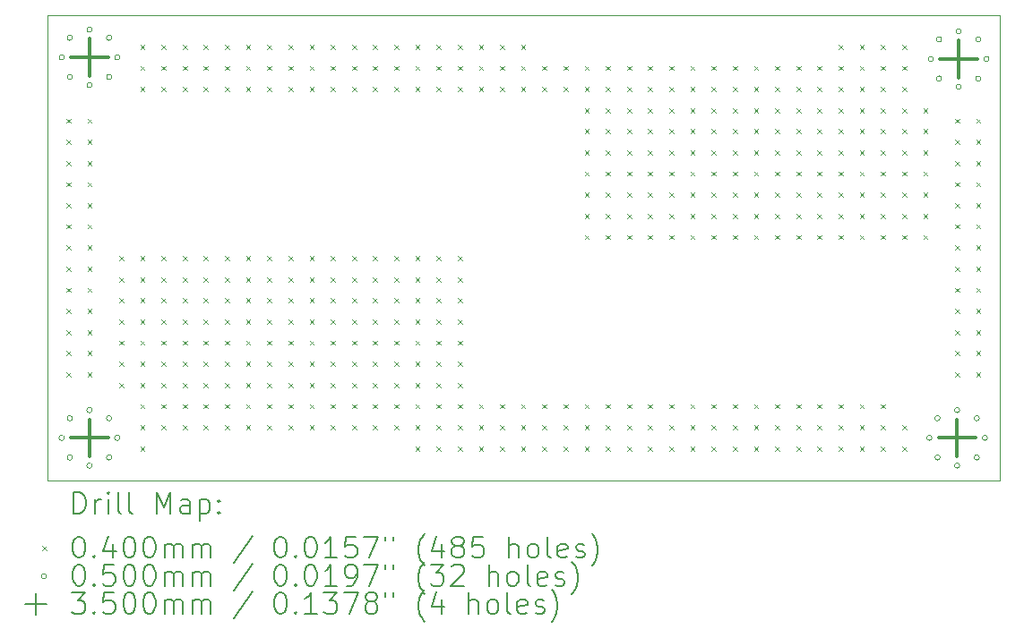
<source format=gbr>
%FSLAX45Y45*%
G04 Gerber Fmt 4.5, Leading zero omitted, Abs format (unit mm)*
G04 Created by KiCad (PCBNEW (6.0.0)) date 2023-03-06 12:39:12*
%MOMM*%
%LPD*%
G01*
G04 APERTURE LIST*
%TA.AperFunction,Profile*%
%ADD10C,0.100000*%
%TD*%
%ADD11C,0.200000*%
%ADD12C,0.040000*%
%ADD13C,0.050000*%
%ADD14C,0.350000*%
G04 APERTURE END LIST*
D10*
X18000000Y-10200000D02*
X9000000Y-10200000D01*
X9000000Y-10200000D02*
X9000000Y-5800000D01*
X9000000Y-5800000D02*
X18000000Y-5800000D01*
X18000000Y-5800000D02*
X18000000Y-10200000D01*
D11*
D12*
X9180000Y-6780000D02*
X9220000Y-6820000D01*
X9220000Y-6780000D02*
X9180000Y-6820000D01*
X9180000Y-6980000D02*
X9220000Y-7020000D01*
X9220000Y-6980000D02*
X9180000Y-7020000D01*
X9180000Y-7180000D02*
X9220000Y-7220000D01*
X9220000Y-7180000D02*
X9180000Y-7220000D01*
X9180000Y-7380000D02*
X9220000Y-7420000D01*
X9220000Y-7380000D02*
X9180000Y-7420000D01*
X9180000Y-7580000D02*
X9220000Y-7620000D01*
X9220000Y-7580000D02*
X9180000Y-7620000D01*
X9180000Y-7780000D02*
X9220000Y-7820000D01*
X9220000Y-7780000D02*
X9180000Y-7820000D01*
X9180000Y-7980000D02*
X9220000Y-8020000D01*
X9220000Y-7980000D02*
X9180000Y-8020000D01*
X9180000Y-8180000D02*
X9220000Y-8220000D01*
X9220000Y-8180000D02*
X9180000Y-8220000D01*
X9180000Y-8380000D02*
X9220000Y-8420000D01*
X9220000Y-8380000D02*
X9180000Y-8420000D01*
X9180000Y-8580000D02*
X9220000Y-8620000D01*
X9220000Y-8580000D02*
X9180000Y-8620000D01*
X9180000Y-8780000D02*
X9220000Y-8820000D01*
X9220000Y-8780000D02*
X9180000Y-8820000D01*
X9180000Y-8980000D02*
X9220000Y-9020000D01*
X9220000Y-8980000D02*
X9180000Y-9020000D01*
X9180000Y-9180000D02*
X9220000Y-9220000D01*
X9220000Y-9180000D02*
X9180000Y-9220000D01*
X9380000Y-6780000D02*
X9420000Y-6820000D01*
X9420000Y-6780000D02*
X9380000Y-6820000D01*
X9380000Y-6980000D02*
X9420000Y-7020000D01*
X9420000Y-6980000D02*
X9380000Y-7020000D01*
X9380000Y-7180000D02*
X9420000Y-7220000D01*
X9420000Y-7180000D02*
X9380000Y-7220000D01*
X9380000Y-7380000D02*
X9420000Y-7420000D01*
X9420000Y-7380000D02*
X9380000Y-7420000D01*
X9380000Y-7580000D02*
X9420000Y-7620000D01*
X9420000Y-7580000D02*
X9380000Y-7620000D01*
X9380000Y-7780000D02*
X9420000Y-7820000D01*
X9420000Y-7780000D02*
X9380000Y-7820000D01*
X9380000Y-7980000D02*
X9420000Y-8020000D01*
X9420000Y-7980000D02*
X9380000Y-8020000D01*
X9380000Y-8180000D02*
X9420000Y-8220000D01*
X9420000Y-8180000D02*
X9380000Y-8220000D01*
X9380000Y-8380000D02*
X9420000Y-8420000D01*
X9420000Y-8380000D02*
X9380000Y-8420000D01*
X9380000Y-8580000D02*
X9420000Y-8620000D01*
X9420000Y-8580000D02*
X9380000Y-8620000D01*
X9380000Y-8780000D02*
X9420000Y-8820000D01*
X9420000Y-8780000D02*
X9380000Y-8820000D01*
X9380000Y-8980000D02*
X9420000Y-9020000D01*
X9420000Y-8980000D02*
X9380000Y-9020000D01*
X9380000Y-9180000D02*
X9420000Y-9220000D01*
X9420000Y-9180000D02*
X9380000Y-9220000D01*
X9680000Y-8080000D02*
X9720000Y-8120000D01*
X9720000Y-8080000D02*
X9680000Y-8120000D01*
X9680000Y-8280000D02*
X9720000Y-8320000D01*
X9720000Y-8280000D02*
X9680000Y-8320000D01*
X9680000Y-8480000D02*
X9720000Y-8520000D01*
X9720000Y-8480000D02*
X9680000Y-8520000D01*
X9680000Y-8680000D02*
X9720000Y-8720000D01*
X9720000Y-8680000D02*
X9680000Y-8720000D01*
X9680000Y-8880000D02*
X9720000Y-8920000D01*
X9720000Y-8880000D02*
X9680000Y-8920000D01*
X9680000Y-9080000D02*
X9720000Y-9120000D01*
X9720000Y-9080000D02*
X9680000Y-9120000D01*
X9680000Y-9280000D02*
X9720000Y-9320000D01*
X9720000Y-9280000D02*
X9680000Y-9320000D01*
X9880000Y-6080000D02*
X9920000Y-6120000D01*
X9920000Y-6080000D02*
X9880000Y-6120000D01*
X9880000Y-6280000D02*
X9920000Y-6320000D01*
X9920000Y-6280000D02*
X9880000Y-6320000D01*
X9880000Y-6480000D02*
X9920000Y-6520000D01*
X9920000Y-6480000D02*
X9880000Y-6520000D01*
X9880000Y-8080000D02*
X9920000Y-8120000D01*
X9920000Y-8080000D02*
X9880000Y-8120000D01*
X9880000Y-8280000D02*
X9920000Y-8320000D01*
X9920000Y-8280000D02*
X9880000Y-8320000D01*
X9880000Y-8480000D02*
X9920000Y-8520000D01*
X9920000Y-8480000D02*
X9880000Y-8520000D01*
X9880000Y-8680000D02*
X9920000Y-8720000D01*
X9920000Y-8680000D02*
X9880000Y-8720000D01*
X9880000Y-8880000D02*
X9920000Y-8920000D01*
X9920000Y-8880000D02*
X9880000Y-8920000D01*
X9880000Y-9080000D02*
X9920000Y-9120000D01*
X9920000Y-9080000D02*
X9880000Y-9120000D01*
X9880000Y-9280000D02*
X9920000Y-9320000D01*
X9920000Y-9280000D02*
X9880000Y-9320000D01*
X9880000Y-9480000D02*
X9920000Y-9520000D01*
X9920000Y-9480000D02*
X9880000Y-9520000D01*
X9880000Y-9680000D02*
X9920000Y-9720000D01*
X9920000Y-9680000D02*
X9880000Y-9720000D01*
X9880000Y-9880000D02*
X9920000Y-9920000D01*
X9920000Y-9880000D02*
X9880000Y-9920000D01*
X10080000Y-6080000D02*
X10120000Y-6120000D01*
X10120000Y-6080000D02*
X10080000Y-6120000D01*
X10080000Y-6280000D02*
X10120000Y-6320000D01*
X10120000Y-6280000D02*
X10080000Y-6320000D01*
X10080000Y-6480000D02*
X10120000Y-6520000D01*
X10120000Y-6480000D02*
X10080000Y-6520000D01*
X10080000Y-8080000D02*
X10120000Y-8120000D01*
X10120000Y-8080000D02*
X10080000Y-8120000D01*
X10080000Y-8280000D02*
X10120000Y-8320000D01*
X10120000Y-8280000D02*
X10080000Y-8320000D01*
X10080000Y-8480000D02*
X10120000Y-8520000D01*
X10120000Y-8480000D02*
X10080000Y-8520000D01*
X10080000Y-8680000D02*
X10120000Y-8720000D01*
X10120000Y-8680000D02*
X10080000Y-8720000D01*
X10080000Y-8880000D02*
X10120000Y-8920000D01*
X10120000Y-8880000D02*
X10080000Y-8920000D01*
X10080000Y-9080000D02*
X10120000Y-9120000D01*
X10120000Y-9080000D02*
X10080000Y-9120000D01*
X10080000Y-9280000D02*
X10120000Y-9320000D01*
X10120000Y-9280000D02*
X10080000Y-9320000D01*
X10080000Y-9480000D02*
X10120000Y-9520000D01*
X10120000Y-9480000D02*
X10080000Y-9520000D01*
X10080000Y-9680000D02*
X10120000Y-9720000D01*
X10120000Y-9680000D02*
X10080000Y-9720000D01*
X10280000Y-6080000D02*
X10320000Y-6120000D01*
X10320000Y-6080000D02*
X10280000Y-6120000D01*
X10280000Y-6280000D02*
X10320000Y-6320000D01*
X10320000Y-6280000D02*
X10280000Y-6320000D01*
X10280000Y-6480000D02*
X10320000Y-6520000D01*
X10320000Y-6480000D02*
X10280000Y-6520000D01*
X10280000Y-8080000D02*
X10320000Y-8120000D01*
X10320000Y-8080000D02*
X10280000Y-8120000D01*
X10280000Y-8280000D02*
X10320000Y-8320000D01*
X10320000Y-8280000D02*
X10280000Y-8320000D01*
X10280000Y-8480000D02*
X10320000Y-8520000D01*
X10320000Y-8480000D02*
X10280000Y-8520000D01*
X10280000Y-8680000D02*
X10320000Y-8720000D01*
X10320000Y-8680000D02*
X10280000Y-8720000D01*
X10280000Y-8880000D02*
X10320000Y-8920000D01*
X10320000Y-8880000D02*
X10280000Y-8920000D01*
X10280000Y-9080000D02*
X10320000Y-9120000D01*
X10320000Y-9080000D02*
X10280000Y-9120000D01*
X10280000Y-9280000D02*
X10320000Y-9320000D01*
X10320000Y-9280000D02*
X10280000Y-9320000D01*
X10280000Y-9480000D02*
X10320000Y-9520000D01*
X10320000Y-9480000D02*
X10280000Y-9520000D01*
X10280000Y-9680000D02*
X10320000Y-9720000D01*
X10320000Y-9680000D02*
X10280000Y-9720000D01*
X10480000Y-6080000D02*
X10520000Y-6120000D01*
X10520000Y-6080000D02*
X10480000Y-6120000D01*
X10480000Y-6280000D02*
X10520000Y-6320000D01*
X10520000Y-6280000D02*
X10480000Y-6320000D01*
X10480000Y-6480000D02*
X10520000Y-6520000D01*
X10520000Y-6480000D02*
X10480000Y-6520000D01*
X10480000Y-8080000D02*
X10520000Y-8120000D01*
X10520000Y-8080000D02*
X10480000Y-8120000D01*
X10480000Y-8280000D02*
X10520000Y-8320000D01*
X10520000Y-8280000D02*
X10480000Y-8320000D01*
X10480000Y-8480000D02*
X10520000Y-8520000D01*
X10520000Y-8480000D02*
X10480000Y-8520000D01*
X10480000Y-8680000D02*
X10520000Y-8720000D01*
X10520000Y-8680000D02*
X10480000Y-8720000D01*
X10480000Y-8880000D02*
X10520000Y-8920000D01*
X10520000Y-8880000D02*
X10480000Y-8920000D01*
X10480000Y-9080000D02*
X10520000Y-9120000D01*
X10520000Y-9080000D02*
X10480000Y-9120000D01*
X10480000Y-9280000D02*
X10520000Y-9320000D01*
X10520000Y-9280000D02*
X10480000Y-9320000D01*
X10480000Y-9480000D02*
X10520000Y-9520000D01*
X10520000Y-9480000D02*
X10480000Y-9520000D01*
X10480000Y-9680000D02*
X10520000Y-9720000D01*
X10520000Y-9680000D02*
X10480000Y-9720000D01*
X10680000Y-6080000D02*
X10720000Y-6120000D01*
X10720000Y-6080000D02*
X10680000Y-6120000D01*
X10680000Y-6280000D02*
X10720000Y-6320000D01*
X10720000Y-6280000D02*
X10680000Y-6320000D01*
X10680000Y-6480000D02*
X10720000Y-6520000D01*
X10720000Y-6480000D02*
X10680000Y-6520000D01*
X10680000Y-8080000D02*
X10720000Y-8120000D01*
X10720000Y-8080000D02*
X10680000Y-8120000D01*
X10680000Y-8280000D02*
X10720000Y-8320000D01*
X10720000Y-8280000D02*
X10680000Y-8320000D01*
X10680000Y-8480000D02*
X10720000Y-8520000D01*
X10720000Y-8480000D02*
X10680000Y-8520000D01*
X10680000Y-8680000D02*
X10720000Y-8720000D01*
X10720000Y-8680000D02*
X10680000Y-8720000D01*
X10680000Y-8880000D02*
X10720000Y-8920000D01*
X10720000Y-8880000D02*
X10680000Y-8920000D01*
X10680000Y-9080000D02*
X10720000Y-9120000D01*
X10720000Y-9080000D02*
X10680000Y-9120000D01*
X10680000Y-9280000D02*
X10720000Y-9320000D01*
X10720000Y-9280000D02*
X10680000Y-9320000D01*
X10680000Y-9480000D02*
X10720000Y-9520000D01*
X10720000Y-9480000D02*
X10680000Y-9520000D01*
X10680000Y-9680000D02*
X10720000Y-9720000D01*
X10720000Y-9680000D02*
X10680000Y-9720000D01*
X10880000Y-6080000D02*
X10920000Y-6120000D01*
X10920000Y-6080000D02*
X10880000Y-6120000D01*
X10880000Y-6280000D02*
X10920000Y-6320000D01*
X10920000Y-6280000D02*
X10880000Y-6320000D01*
X10880000Y-6480000D02*
X10920000Y-6520000D01*
X10920000Y-6480000D02*
X10880000Y-6520000D01*
X10880000Y-8080000D02*
X10920000Y-8120000D01*
X10920000Y-8080000D02*
X10880000Y-8120000D01*
X10880000Y-8280000D02*
X10920000Y-8320000D01*
X10920000Y-8280000D02*
X10880000Y-8320000D01*
X10880000Y-8480000D02*
X10920000Y-8520000D01*
X10920000Y-8480000D02*
X10880000Y-8520000D01*
X10880000Y-8680000D02*
X10920000Y-8720000D01*
X10920000Y-8680000D02*
X10880000Y-8720000D01*
X10880000Y-8880000D02*
X10920000Y-8920000D01*
X10920000Y-8880000D02*
X10880000Y-8920000D01*
X10880000Y-9080000D02*
X10920000Y-9120000D01*
X10920000Y-9080000D02*
X10880000Y-9120000D01*
X10880000Y-9280000D02*
X10920000Y-9320000D01*
X10920000Y-9280000D02*
X10880000Y-9320000D01*
X10880000Y-9480000D02*
X10920000Y-9520000D01*
X10920000Y-9480000D02*
X10880000Y-9520000D01*
X10880000Y-9680000D02*
X10920000Y-9720000D01*
X10920000Y-9680000D02*
X10880000Y-9720000D01*
X11080000Y-6080000D02*
X11120000Y-6120000D01*
X11120000Y-6080000D02*
X11080000Y-6120000D01*
X11080000Y-6280000D02*
X11120000Y-6320000D01*
X11120000Y-6280000D02*
X11080000Y-6320000D01*
X11080000Y-6480000D02*
X11120000Y-6520000D01*
X11120000Y-6480000D02*
X11080000Y-6520000D01*
X11080000Y-8080000D02*
X11120000Y-8120000D01*
X11120000Y-8080000D02*
X11080000Y-8120000D01*
X11080000Y-8280000D02*
X11120000Y-8320000D01*
X11120000Y-8280000D02*
X11080000Y-8320000D01*
X11080000Y-8480000D02*
X11120000Y-8520000D01*
X11120000Y-8480000D02*
X11080000Y-8520000D01*
X11080000Y-8680000D02*
X11120000Y-8720000D01*
X11120000Y-8680000D02*
X11080000Y-8720000D01*
X11080000Y-8880000D02*
X11120000Y-8920000D01*
X11120000Y-8880000D02*
X11080000Y-8920000D01*
X11080000Y-9080000D02*
X11120000Y-9120000D01*
X11120000Y-9080000D02*
X11080000Y-9120000D01*
X11080000Y-9280000D02*
X11120000Y-9320000D01*
X11120000Y-9280000D02*
X11080000Y-9320000D01*
X11080000Y-9480000D02*
X11120000Y-9520000D01*
X11120000Y-9480000D02*
X11080000Y-9520000D01*
X11080000Y-9680000D02*
X11120000Y-9720000D01*
X11120000Y-9680000D02*
X11080000Y-9720000D01*
X11280000Y-6080000D02*
X11320000Y-6120000D01*
X11320000Y-6080000D02*
X11280000Y-6120000D01*
X11280000Y-6280000D02*
X11320000Y-6320000D01*
X11320000Y-6280000D02*
X11280000Y-6320000D01*
X11280000Y-6480000D02*
X11320000Y-6520000D01*
X11320000Y-6480000D02*
X11280000Y-6520000D01*
X11280000Y-8080000D02*
X11320000Y-8120000D01*
X11320000Y-8080000D02*
X11280000Y-8120000D01*
X11280000Y-8280000D02*
X11320000Y-8320000D01*
X11320000Y-8280000D02*
X11280000Y-8320000D01*
X11280000Y-8480000D02*
X11320000Y-8520000D01*
X11320000Y-8480000D02*
X11280000Y-8520000D01*
X11280000Y-8680000D02*
X11320000Y-8720000D01*
X11320000Y-8680000D02*
X11280000Y-8720000D01*
X11280000Y-8880000D02*
X11320000Y-8920000D01*
X11320000Y-8880000D02*
X11280000Y-8920000D01*
X11280000Y-9080000D02*
X11320000Y-9120000D01*
X11320000Y-9080000D02*
X11280000Y-9120000D01*
X11280000Y-9280000D02*
X11320000Y-9320000D01*
X11320000Y-9280000D02*
X11280000Y-9320000D01*
X11280000Y-9480000D02*
X11320000Y-9520000D01*
X11320000Y-9480000D02*
X11280000Y-9520000D01*
X11280000Y-9680000D02*
X11320000Y-9720000D01*
X11320000Y-9680000D02*
X11280000Y-9720000D01*
X11480000Y-6080000D02*
X11520000Y-6120000D01*
X11520000Y-6080000D02*
X11480000Y-6120000D01*
X11480000Y-6280000D02*
X11520000Y-6320000D01*
X11520000Y-6280000D02*
X11480000Y-6320000D01*
X11480000Y-6480000D02*
X11520000Y-6520000D01*
X11520000Y-6480000D02*
X11480000Y-6520000D01*
X11480000Y-8080000D02*
X11520000Y-8120000D01*
X11520000Y-8080000D02*
X11480000Y-8120000D01*
X11480000Y-8280000D02*
X11520000Y-8320000D01*
X11520000Y-8280000D02*
X11480000Y-8320000D01*
X11480000Y-8480000D02*
X11520000Y-8520000D01*
X11520000Y-8480000D02*
X11480000Y-8520000D01*
X11480000Y-8680000D02*
X11520000Y-8720000D01*
X11520000Y-8680000D02*
X11480000Y-8720000D01*
X11480000Y-8880000D02*
X11520000Y-8920000D01*
X11520000Y-8880000D02*
X11480000Y-8920000D01*
X11480000Y-9080000D02*
X11520000Y-9120000D01*
X11520000Y-9080000D02*
X11480000Y-9120000D01*
X11480000Y-9280000D02*
X11520000Y-9320000D01*
X11520000Y-9280000D02*
X11480000Y-9320000D01*
X11480000Y-9480000D02*
X11520000Y-9520000D01*
X11520000Y-9480000D02*
X11480000Y-9520000D01*
X11480000Y-9680000D02*
X11520000Y-9720000D01*
X11520000Y-9680000D02*
X11480000Y-9720000D01*
X11680000Y-6080000D02*
X11720000Y-6120000D01*
X11720000Y-6080000D02*
X11680000Y-6120000D01*
X11680000Y-6280000D02*
X11720000Y-6320000D01*
X11720000Y-6280000D02*
X11680000Y-6320000D01*
X11680000Y-6480000D02*
X11720000Y-6520000D01*
X11720000Y-6480000D02*
X11680000Y-6520000D01*
X11680000Y-8080000D02*
X11720000Y-8120000D01*
X11720000Y-8080000D02*
X11680000Y-8120000D01*
X11680000Y-8280000D02*
X11720000Y-8320000D01*
X11720000Y-8280000D02*
X11680000Y-8320000D01*
X11680000Y-8480000D02*
X11720000Y-8520000D01*
X11720000Y-8480000D02*
X11680000Y-8520000D01*
X11680000Y-8680000D02*
X11720000Y-8720000D01*
X11720000Y-8680000D02*
X11680000Y-8720000D01*
X11680000Y-8880000D02*
X11720000Y-8920000D01*
X11720000Y-8880000D02*
X11680000Y-8920000D01*
X11680000Y-9080000D02*
X11720000Y-9120000D01*
X11720000Y-9080000D02*
X11680000Y-9120000D01*
X11680000Y-9280000D02*
X11720000Y-9320000D01*
X11720000Y-9280000D02*
X11680000Y-9320000D01*
X11680000Y-9480000D02*
X11720000Y-9520000D01*
X11720000Y-9480000D02*
X11680000Y-9520000D01*
X11680000Y-9680000D02*
X11720000Y-9720000D01*
X11720000Y-9680000D02*
X11680000Y-9720000D01*
X11880000Y-6080000D02*
X11920000Y-6120000D01*
X11920000Y-6080000D02*
X11880000Y-6120000D01*
X11880000Y-6280000D02*
X11920000Y-6320000D01*
X11920000Y-6280000D02*
X11880000Y-6320000D01*
X11880000Y-6480000D02*
X11920000Y-6520000D01*
X11920000Y-6480000D02*
X11880000Y-6520000D01*
X11880000Y-8080000D02*
X11920000Y-8120000D01*
X11920000Y-8080000D02*
X11880000Y-8120000D01*
X11880000Y-8280000D02*
X11920000Y-8320000D01*
X11920000Y-8280000D02*
X11880000Y-8320000D01*
X11880000Y-8480000D02*
X11920000Y-8520000D01*
X11920000Y-8480000D02*
X11880000Y-8520000D01*
X11880000Y-8680000D02*
X11920000Y-8720000D01*
X11920000Y-8680000D02*
X11880000Y-8720000D01*
X11880000Y-8880000D02*
X11920000Y-8920000D01*
X11920000Y-8880000D02*
X11880000Y-8920000D01*
X11880000Y-9080000D02*
X11920000Y-9120000D01*
X11920000Y-9080000D02*
X11880000Y-9120000D01*
X11880000Y-9280000D02*
X11920000Y-9320000D01*
X11920000Y-9280000D02*
X11880000Y-9320000D01*
X11880000Y-9480000D02*
X11920000Y-9520000D01*
X11920000Y-9480000D02*
X11880000Y-9520000D01*
X11880000Y-9680000D02*
X11920000Y-9720000D01*
X11920000Y-9680000D02*
X11880000Y-9720000D01*
X12080000Y-6080000D02*
X12120000Y-6120000D01*
X12120000Y-6080000D02*
X12080000Y-6120000D01*
X12080000Y-6280000D02*
X12120000Y-6320000D01*
X12120000Y-6280000D02*
X12080000Y-6320000D01*
X12080000Y-6480000D02*
X12120000Y-6520000D01*
X12120000Y-6480000D02*
X12080000Y-6520000D01*
X12080000Y-8080000D02*
X12120000Y-8120000D01*
X12120000Y-8080000D02*
X12080000Y-8120000D01*
X12080000Y-8280000D02*
X12120000Y-8320000D01*
X12120000Y-8280000D02*
X12080000Y-8320000D01*
X12080000Y-8480000D02*
X12120000Y-8520000D01*
X12120000Y-8480000D02*
X12080000Y-8520000D01*
X12080000Y-8680000D02*
X12120000Y-8720000D01*
X12120000Y-8680000D02*
X12080000Y-8720000D01*
X12080000Y-8880000D02*
X12120000Y-8920000D01*
X12120000Y-8880000D02*
X12080000Y-8920000D01*
X12080000Y-9080000D02*
X12120000Y-9120000D01*
X12120000Y-9080000D02*
X12080000Y-9120000D01*
X12080000Y-9280000D02*
X12120000Y-9320000D01*
X12120000Y-9280000D02*
X12080000Y-9320000D01*
X12080000Y-9480000D02*
X12120000Y-9520000D01*
X12120000Y-9480000D02*
X12080000Y-9520000D01*
X12080000Y-9680000D02*
X12120000Y-9720000D01*
X12120000Y-9680000D02*
X12080000Y-9720000D01*
X12280000Y-6080000D02*
X12320000Y-6120000D01*
X12320000Y-6080000D02*
X12280000Y-6120000D01*
X12280000Y-6280000D02*
X12320000Y-6320000D01*
X12320000Y-6280000D02*
X12280000Y-6320000D01*
X12280000Y-6480000D02*
X12320000Y-6520000D01*
X12320000Y-6480000D02*
X12280000Y-6520000D01*
X12280000Y-8080000D02*
X12320000Y-8120000D01*
X12320000Y-8080000D02*
X12280000Y-8120000D01*
X12280000Y-8280000D02*
X12320000Y-8320000D01*
X12320000Y-8280000D02*
X12280000Y-8320000D01*
X12280000Y-8480000D02*
X12320000Y-8520000D01*
X12320000Y-8480000D02*
X12280000Y-8520000D01*
X12280000Y-8680000D02*
X12320000Y-8720000D01*
X12320000Y-8680000D02*
X12280000Y-8720000D01*
X12280000Y-8880000D02*
X12320000Y-8920000D01*
X12320000Y-8880000D02*
X12280000Y-8920000D01*
X12280000Y-9080000D02*
X12320000Y-9120000D01*
X12320000Y-9080000D02*
X12280000Y-9120000D01*
X12280000Y-9280000D02*
X12320000Y-9320000D01*
X12320000Y-9280000D02*
X12280000Y-9320000D01*
X12280000Y-9480000D02*
X12320000Y-9520000D01*
X12320000Y-9480000D02*
X12280000Y-9520000D01*
X12280000Y-9680000D02*
X12320000Y-9720000D01*
X12320000Y-9680000D02*
X12280000Y-9720000D01*
X12480000Y-6080000D02*
X12520000Y-6120000D01*
X12520000Y-6080000D02*
X12480000Y-6120000D01*
X12480000Y-6280000D02*
X12520000Y-6320000D01*
X12520000Y-6280000D02*
X12480000Y-6320000D01*
X12480000Y-6480000D02*
X12520000Y-6520000D01*
X12520000Y-6480000D02*
X12480000Y-6520000D01*
X12480000Y-8080000D02*
X12520000Y-8120000D01*
X12520000Y-8080000D02*
X12480000Y-8120000D01*
X12480000Y-8280000D02*
X12520000Y-8320000D01*
X12520000Y-8280000D02*
X12480000Y-8320000D01*
X12480000Y-8480000D02*
X12520000Y-8520000D01*
X12520000Y-8480000D02*
X12480000Y-8520000D01*
X12480000Y-8680000D02*
X12520000Y-8720000D01*
X12520000Y-8680000D02*
X12480000Y-8720000D01*
X12480000Y-8880000D02*
X12520000Y-8920000D01*
X12520000Y-8880000D02*
X12480000Y-8920000D01*
X12480000Y-9080000D02*
X12520000Y-9120000D01*
X12520000Y-9080000D02*
X12480000Y-9120000D01*
X12480000Y-9280000D02*
X12520000Y-9320000D01*
X12520000Y-9280000D02*
X12480000Y-9320000D01*
X12480000Y-9480000D02*
X12520000Y-9520000D01*
X12520000Y-9480000D02*
X12480000Y-9520000D01*
X12480000Y-9680000D02*
X12520000Y-9720000D01*
X12520000Y-9680000D02*
X12480000Y-9720000D01*
X12480000Y-9880000D02*
X12520000Y-9920000D01*
X12520000Y-9880000D02*
X12480000Y-9920000D01*
X12680000Y-6080000D02*
X12720000Y-6120000D01*
X12720000Y-6080000D02*
X12680000Y-6120000D01*
X12680000Y-6280000D02*
X12720000Y-6320000D01*
X12720000Y-6280000D02*
X12680000Y-6320000D01*
X12680000Y-6480000D02*
X12720000Y-6520000D01*
X12720000Y-6480000D02*
X12680000Y-6520000D01*
X12680000Y-8080000D02*
X12720000Y-8120000D01*
X12720000Y-8080000D02*
X12680000Y-8120000D01*
X12680000Y-8280000D02*
X12720000Y-8320000D01*
X12720000Y-8280000D02*
X12680000Y-8320000D01*
X12680000Y-8480000D02*
X12720000Y-8520000D01*
X12720000Y-8480000D02*
X12680000Y-8520000D01*
X12680000Y-8680000D02*
X12720000Y-8720000D01*
X12720000Y-8680000D02*
X12680000Y-8720000D01*
X12680000Y-8880000D02*
X12720000Y-8920000D01*
X12720000Y-8880000D02*
X12680000Y-8920000D01*
X12680000Y-9080000D02*
X12720000Y-9120000D01*
X12720000Y-9080000D02*
X12680000Y-9120000D01*
X12680000Y-9280000D02*
X12720000Y-9320000D01*
X12720000Y-9280000D02*
X12680000Y-9320000D01*
X12680000Y-9480000D02*
X12720000Y-9520000D01*
X12720000Y-9480000D02*
X12680000Y-9520000D01*
X12680000Y-9680000D02*
X12720000Y-9720000D01*
X12720000Y-9680000D02*
X12680000Y-9720000D01*
X12680000Y-9880000D02*
X12720000Y-9920000D01*
X12720000Y-9880000D02*
X12680000Y-9920000D01*
X12880000Y-6080000D02*
X12920000Y-6120000D01*
X12920000Y-6080000D02*
X12880000Y-6120000D01*
X12880000Y-6280000D02*
X12920000Y-6320000D01*
X12920000Y-6280000D02*
X12880000Y-6320000D01*
X12880000Y-6480000D02*
X12920000Y-6520000D01*
X12920000Y-6480000D02*
X12880000Y-6520000D01*
X12880000Y-8080000D02*
X12920000Y-8120000D01*
X12920000Y-8080000D02*
X12880000Y-8120000D01*
X12880000Y-8280000D02*
X12920000Y-8320000D01*
X12920000Y-8280000D02*
X12880000Y-8320000D01*
X12880000Y-8480000D02*
X12920000Y-8520000D01*
X12920000Y-8480000D02*
X12880000Y-8520000D01*
X12880000Y-8680000D02*
X12920000Y-8720000D01*
X12920000Y-8680000D02*
X12880000Y-8720000D01*
X12880000Y-8880000D02*
X12920000Y-8920000D01*
X12920000Y-8880000D02*
X12880000Y-8920000D01*
X12880000Y-9080000D02*
X12920000Y-9120000D01*
X12920000Y-9080000D02*
X12880000Y-9120000D01*
X12880000Y-9280000D02*
X12920000Y-9320000D01*
X12920000Y-9280000D02*
X12880000Y-9320000D01*
X12880000Y-9480000D02*
X12920000Y-9520000D01*
X12920000Y-9480000D02*
X12880000Y-9520000D01*
X12880000Y-9680000D02*
X12920000Y-9720000D01*
X12920000Y-9680000D02*
X12880000Y-9720000D01*
X12880000Y-9880000D02*
X12920000Y-9920000D01*
X12920000Y-9880000D02*
X12880000Y-9920000D01*
X13080000Y-6080000D02*
X13120000Y-6120000D01*
X13120000Y-6080000D02*
X13080000Y-6120000D01*
X13080000Y-6280000D02*
X13120000Y-6320000D01*
X13120000Y-6280000D02*
X13080000Y-6320000D01*
X13080000Y-6480000D02*
X13120000Y-6520000D01*
X13120000Y-6480000D02*
X13080000Y-6520000D01*
X13080000Y-9480000D02*
X13120000Y-9520000D01*
X13120000Y-9480000D02*
X13080000Y-9520000D01*
X13080000Y-9680000D02*
X13120000Y-9720000D01*
X13120000Y-9680000D02*
X13080000Y-9720000D01*
X13080000Y-9880000D02*
X13120000Y-9920000D01*
X13120000Y-9880000D02*
X13080000Y-9920000D01*
X13280000Y-6080000D02*
X13320000Y-6120000D01*
X13320000Y-6080000D02*
X13280000Y-6120000D01*
X13280000Y-6280000D02*
X13320000Y-6320000D01*
X13320000Y-6280000D02*
X13280000Y-6320000D01*
X13280000Y-6480000D02*
X13320000Y-6520000D01*
X13320000Y-6480000D02*
X13280000Y-6520000D01*
X13280000Y-9480000D02*
X13320000Y-9520000D01*
X13320000Y-9480000D02*
X13280000Y-9520000D01*
X13280000Y-9680000D02*
X13320000Y-9720000D01*
X13320000Y-9680000D02*
X13280000Y-9720000D01*
X13280000Y-9880000D02*
X13320000Y-9920000D01*
X13320000Y-9880000D02*
X13280000Y-9920000D01*
X13480000Y-6080000D02*
X13520000Y-6120000D01*
X13520000Y-6080000D02*
X13480000Y-6120000D01*
X13480000Y-6280000D02*
X13520000Y-6320000D01*
X13520000Y-6280000D02*
X13480000Y-6320000D01*
X13480000Y-6480000D02*
X13520000Y-6520000D01*
X13520000Y-6480000D02*
X13480000Y-6520000D01*
X13480000Y-9480000D02*
X13520000Y-9520000D01*
X13520000Y-9480000D02*
X13480000Y-9520000D01*
X13480000Y-9680000D02*
X13520000Y-9720000D01*
X13520000Y-9680000D02*
X13480000Y-9720000D01*
X13480000Y-9880000D02*
X13520000Y-9920000D01*
X13520000Y-9880000D02*
X13480000Y-9920000D01*
X13680000Y-6280000D02*
X13720000Y-6320000D01*
X13720000Y-6280000D02*
X13680000Y-6320000D01*
X13680000Y-6480000D02*
X13720000Y-6520000D01*
X13720000Y-6480000D02*
X13680000Y-6520000D01*
X13680000Y-9480000D02*
X13720000Y-9520000D01*
X13720000Y-9480000D02*
X13680000Y-9520000D01*
X13680000Y-9680000D02*
X13720000Y-9720000D01*
X13720000Y-9680000D02*
X13680000Y-9720000D01*
X13680000Y-9880000D02*
X13720000Y-9920000D01*
X13720000Y-9880000D02*
X13680000Y-9920000D01*
X13880000Y-6280000D02*
X13920000Y-6320000D01*
X13920000Y-6280000D02*
X13880000Y-6320000D01*
X13880000Y-6480000D02*
X13920000Y-6520000D01*
X13920000Y-6480000D02*
X13880000Y-6520000D01*
X13880000Y-9480000D02*
X13920000Y-9520000D01*
X13920000Y-9480000D02*
X13880000Y-9520000D01*
X13880000Y-9680000D02*
X13920000Y-9720000D01*
X13920000Y-9680000D02*
X13880000Y-9720000D01*
X13880000Y-9880000D02*
X13920000Y-9920000D01*
X13920000Y-9880000D02*
X13880000Y-9920000D01*
X14080000Y-6280000D02*
X14120000Y-6320000D01*
X14120000Y-6280000D02*
X14080000Y-6320000D01*
X14080000Y-6480000D02*
X14120000Y-6520000D01*
X14120000Y-6480000D02*
X14080000Y-6520000D01*
X14080000Y-6680000D02*
X14120000Y-6720000D01*
X14120000Y-6680000D02*
X14080000Y-6720000D01*
X14080000Y-6880000D02*
X14120000Y-6920000D01*
X14120000Y-6880000D02*
X14080000Y-6920000D01*
X14080000Y-7080000D02*
X14120000Y-7120000D01*
X14120000Y-7080000D02*
X14080000Y-7120000D01*
X14080000Y-7280000D02*
X14120000Y-7320000D01*
X14120000Y-7280000D02*
X14080000Y-7320000D01*
X14080000Y-7480000D02*
X14120000Y-7520000D01*
X14120000Y-7480000D02*
X14080000Y-7520000D01*
X14080000Y-7680000D02*
X14120000Y-7720000D01*
X14120000Y-7680000D02*
X14080000Y-7720000D01*
X14080000Y-7880000D02*
X14120000Y-7920000D01*
X14120000Y-7880000D02*
X14080000Y-7920000D01*
X14080000Y-9480000D02*
X14120000Y-9520000D01*
X14120000Y-9480000D02*
X14080000Y-9520000D01*
X14080000Y-9680000D02*
X14120000Y-9720000D01*
X14120000Y-9680000D02*
X14080000Y-9720000D01*
X14080000Y-9880000D02*
X14120000Y-9920000D01*
X14120000Y-9880000D02*
X14080000Y-9920000D01*
X14280000Y-6280000D02*
X14320000Y-6320000D01*
X14320000Y-6280000D02*
X14280000Y-6320000D01*
X14280000Y-6480000D02*
X14320000Y-6520000D01*
X14320000Y-6480000D02*
X14280000Y-6520000D01*
X14280000Y-6680000D02*
X14320000Y-6720000D01*
X14320000Y-6680000D02*
X14280000Y-6720000D01*
X14280000Y-6880000D02*
X14320000Y-6920000D01*
X14320000Y-6880000D02*
X14280000Y-6920000D01*
X14280000Y-7080000D02*
X14320000Y-7120000D01*
X14320000Y-7080000D02*
X14280000Y-7120000D01*
X14280000Y-7280000D02*
X14320000Y-7320000D01*
X14320000Y-7280000D02*
X14280000Y-7320000D01*
X14280000Y-7480000D02*
X14320000Y-7520000D01*
X14320000Y-7480000D02*
X14280000Y-7520000D01*
X14280000Y-7680000D02*
X14320000Y-7720000D01*
X14320000Y-7680000D02*
X14280000Y-7720000D01*
X14280000Y-7880000D02*
X14320000Y-7920000D01*
X14320000Y-7880000D02*
X14280000Y-7920000D01*
X14280000Y-9480000D02*
X14320000Y-9520000D01*
X14320000Y-9480000D02*
X14280000Y-9520000D01*
X14280000Y-9680000D02*
X14320000Y-9720000D01*
X14320000Y-9680000D02*
X14280000Y-9720000D01*
X14280000Y-9880000D02*
X14320000Y-9920000D01*
X14320000Y-9880000D02*
X14280000Y-9920000D01*
X14480000Y-6280000D02*
X14520000Y-6320000D01*
X14520000Y-6280000D02*
X14480000Y-6320000D01*
X14480000Y-6480000D02*
X14520000Y-6520000D01*
X14520000Y-6480000D02*
X14480000Y-6520000D01*
X14480000Y-6680000D02*
X14520000Y-6720000D01*
X14520000Y-6680000D02*
X14480000Y-6720000D01*
X14480000Y-6880000D02*
X14520000Y-6920000D01*
X14520000Y-6880000D02*
X14480000Y-6920000D01*
X14480000Y-7080000D02*
X14520000Y-7120000D01*
X14520000Y-7080000D02*
X14480000Y-7120000D01*
X14480000Y-7280000D02*
X14520000Y-7320000D01*
X14520000Y-7280000D02*
X14480000Y-7320000D01*
X14480000Y-7480000D02*
X14520000Y-7520000D01*
X14520000Y-7480000D02*
X14480000Y-7520000D01*
X14480000Y-7680000D02*
X14520000Y-7720000D01*
X14520000Y-7680000D02*
X14480000Y-7720000D01*
X14480000Y-7880000D02*
X14520000Y-7920000D01*
X14520000Y-7880000D02*
X14480000Y-7920000D01*
X14480000Y-9480000D02*
X14520000Y-9520000D01*
X14520000Y-9480000D02*
X14480000Y-9520000D01*
X14480000Y-9680000D02*
X14520000Y-9720000D01*
X14520000Y-9680000D02*
X14480000Y-9720000D01*
X14480000Y-9880000D02*
X14520000Y-9920000D01*
X14520000Y-9880000D02*
X14480000Y-9920000D01*
X14680000Y-6280000D02*
X14720000Y-6320000D01*
X14720000Y-6280000D02*
X14680000Y-6320000D01*
X14680000Y-6480000D02*
X14720000Y-6520000D01*
X14720000Y-6480000D02*
X14680000Y-6520000D01*
X14680000Y-6680000D02*
X14720000Y-6720000D01*
X14720000Y-6680000D02*
X14680000Y-6720000D01*
X14680000Y-6880000D02*
X14720000Y-6920000D01*
X14720000Y-6880000D02*
X14680000Y-6920000D01*
X14680000Y-7080000D02*
X14720000Y-7120000D01*
X14720000Y-7080000D02*
X14680000Y-7120000D01*
X14680000Y-7280000D02*
X14720000Y-7320000D01*
X14720000Y-7280000D02*
X14680000Y-7320000D01*
X14680000Y-7480000D02*
X14720000Y-7520000D01*
X14720000Y-7480000D02*
X14680000Y-7520000D01*
X14680000Y-7680000D02*
X14720000Y-7720000D01*
X14720000Y-7680000D02*
X14680000Y-7720000D01*
X14680000Y-7880000D02*
X14720000Y-7920000D01*
X14720000Y-7880000D02*
X14680000Y-7920000D01*
X14680000Y-9480000D02*
X14720000Y-9520000D01*
X14720000Y-9480000D02*
X14680000Y-9520000D01*
X14680000Y-9680000D02*
X14720000Y-9720000D01*
X14720000Y-9680000D02*
X14680000Y-9720000D01*
X14680000Y-9880000D02*
X14720000Y-9920000D01*
X14720000Y-9880000D02*
X14680000Y-9920000D01*
X14880000Y-6280000D02*
X14920000Y-6320000D01*
X14920000Y-6280000D02*
X14880000Y-6320000D01*
X14880000Y-6480000D02*
X14920000Y-6520000D01*
X14920000Y-6480000D02*
X14880000Y-6520000D01*
X14880000Y-6680000D02*
X14920000Y-6720000D01*
X14920000Y-6680000D02*
X14880000Y-6720000D01*
X14880000Y-6880000D02*
X14920000Y-6920000D01*
X14920000Y-6880000D02*
X14880000Y-6920000D01*
X14880000Y-7080000D02*
X14920000Y-7120000D01*
X14920000Y-7080000D02*
X14880000Y-7120000D01*
X14880000Y-7280000D02*
X14920000Y-7320000D01*
X14920000Y-7280000D02*
X14880000Y-7320000D01*
X14880000Y-7480000D02*
X14920000Y-7520000D01*
X14920000Y-7480000D02*
X14880000Y-7520000D01*
X14880000Y-7680000D02*
X14920000Y-7720000D01*
X14920000Y-7680000D02*
X14880000Y-7720000D01*
X14880000Y-7880000D02*
X14920000Y-7920000D01*
X14920000Y-7880000D02*
X14880000Y-7920000D01*
X14880000Y-9480000D02*
X14920000Y-9520000D01*
X14920000Y-9480000D02*
X14880000Y-9520000D01*
X14880000Y-9680000D02*
X14920000Y-9720000D01*
X14920000Y-9680000D02*
X14880000Y-9720000D01*
X14880000Y-9880000D02*
X14920000Y-9920000D01*
X14920000Y-9880000D02*
X14880000Y-9920000D01*
X15080000Y-6280000D02*
X15120000Y-6320000D01*
X15120000Y-6280000D02*
X15080000Y-6320000D01*
X15080000Y-6480000D02*
X15120000Y-6520000D01*
X15120000Y-6480000D02*
X15080000Y-6520000D01*
X15080000Y-6680000D02*
X15120000Y-6720000D01*
X15120000Y-6680000D02*
X15080000Y-6720000D01*
X15080000Y-6880000D02*
X15120000Y-6920000D01*
X15120000Y-6880000D02*
X15080000Y-6920000D01*
X15080000Y-7080000D02*
X15120000Y-7120000D01*
X15120000Y-7080000D02*
X15080000Y-7120000D01*
X15080000Y-7280000D02*
X15120000Y-7320000D01*
X15120000Y-7280000D02*
X15080000Y-7320000D01*
X15080000Y-7480000D02*
X15120000Y-7520000D01*
X15120000Y-7480000D02*
X15080000Y-7520000D01*
X15080000Y-7680000D02*
X15120000Y-7720000D01*
X15120000Y-7680000D02*
X15080000Y-7720000D01*
X15080000Y-7880000D02*
X15120000Y-7920000D01*
X15120000Y-7880000D02*
X15080000Y-7920000D01*
X15080000Y-9480000D02*
X15120000Y-9520000D01*
X15120000Y-9480000D02*
X15080000Y-9520000D01*
X15080000Y-9680000D02*
X15120000Y-9720000D01*
X15120000Y-9680000D02*
X15080000Y-9720000D01*
X15080000Y-9880000D02*
X15120000Y-9920000D01*
X15120000Y-9880000D02*
X15080000Y-9920000D01*
X15280000Y-6280000D02*
X15320000Y-6320000D01*
X15320000Y-6280000D02*
X15280000Y-6320000D01*
X15280000Y-6480000D02*
X15320000Y-6520000D01*
X15320000Y-6480000D02*
X15280000Y-6520000D01*
X15280000Y-6680000D02*
X15320000Y-6720000D01*
X15320000Y-6680000D02*
X15280000Y-6720000D01*
X15280000Y-6880000D02*
X15320000Y-6920000D01*
X15320000Y-6880000D02*
X15280000Y-6920000D01*
X15280000Y-7080000D02*
X15320000Y-7120000D01*
X15320000Y-7080000D02*
X15280000Y-7120000D01*
X15280000Y-7280000D02*
X15320000Y-7320000D01*
X15320000Y-7280000D02*
X15280000Y-7320000D01*
X15280000Y-7480000D02*
X15320000Y-7520000D01*
X15320000Y-7480000D02*
X15280000Y-7520000D01*
X15280000Y-7680000D02*
X15320000Y-7720000D01*
X15320000Y-7680000D02*
X15280000Y-7720000D01*
X15280000Y-7880000D02*
X15320000Y-7920000D01*
X15320000Y-7880000D02*
X15280000Y-7920000D01*
X15280000Y-9480000D02*
X15320000Y-9520000D01*
X15320000Y-9480000D02*
X15280000Y-9520000D01*
X15280000Y-9680000D02*
X15320000Y-9720000D01*
X15320000Y-9680000D02*
X15280000Y-9720000D01*
X15280000Y-9880000D02*
X15320000Y-9920000D01*
X15320000Y-9880000D02*
X15280000Y-9920000D01*
X15480000Y-6280000D02*
X15520000Y-6320000D01*
X15520000Y-6280000D02*
X15480000Y-6320000D01*
X15480000Y-6480000D02*
X15520000Y-6520000D01*
X15520000Y-6480000D02*
X15480000Y-6520000D01*
X15480000Y-6680000D02*
X15520000Y-6720000D01*
X15520000Y-6680000D02*
X15480000Y-6720000D01*
X15480000Y-6880000D02*
X15520000Y-6920000D01*
X15520000Y-6880000D02*
X15480000Y-6920000D01*
X15480000Y-7080000D02*
X15520000Y-7120000D01*
X15520000Y-7080000D02*
X15480000Y-7120000D01*
X15480000Y-7280000D02*
X15520000Y-7320000D01*
X15520000Y-7280000D02*
X15480000Y-7320000D01*
X15480000Y-7480000D02*
X15520000Y-7520000D01*
X15520000Y-7480000D02*
X15480000Y-7520000D01*
X15480000Y-7680000D02*
X15520000Y-7720000D01*
X15520000Y-7680000D02*
X15480000Y-7720000D01*
X15480000Y-7880000D02*
X15520000Y-7920000D01*
X15520000Y-7880000D02*
X15480000Y-7920000D01*
X15480000Y-9480000D02*
X15520000Y-9520000D01*
X15520000Y-9480000D02*
X15480000Y-9520000D01*
X15480000Y-9680000D02*
X15520000Y-9720000D01*
X15520000Y-9680000D02*
X15480000Y-9720000D01*
X15480000Y-9880000D02*
X15520000Y-9920000D01*
X15520000Y-9880000D02*
X15480000Y-9920000D01*
X15680000Y-6280000D02*
X15720000Y-6320000D01*
X15720000Y-6280000D02*
X15680000Y-6320000D01*
X15680000Y-6480000D02*
X15720000Y-6520000D01*
X15720000Y-6480000D02*
X15680000Y-6520000D01*
X15680000Y-6680000D02*
X15720000Y-6720000D01*
X15720000Y-6680000D02*
X15680000Y-6720000D01*
X15680000Y-6880000D02*
X15720000Y-6920000D01*
X15720000Y-6880000D02*
X15680000Y-6920000D01*
X15680000Y-7080000D02*
X15720000Y-7120000D01*
X15720000Y-7080000D02*
X15680000Y-7120000D01*
X15680000Y-7280000D02*
X15720000Y-7320000D01*
X15720000Y-7280000D02*
X15680000Y-7320000D01*
X15680000Y-7480000D02*
X15720000Y-7520000D01*
X15720000Y-7480000D02*
X15680000Y-7520000D01*
X15680000Y-7680000D02*
X15720000Y-7720000D01*
X15720000Y-7680000D02*
X15680000Y-7720000D01*
X15680000Y-7880000D02*
X15720000Y-7920000D01*
X15720000Y-7880000D02*
X15680000Y-7920000D01*
X15680000Y-9480000D02*
X15720000Y-9520000D01*
X15720000Y-9480000D02*
X15680000Y-9520000D01*
X15680000Y-9680000D02*
X15720000Y-9720000D01*
X15720000Y-9680000D02*
X15680000Y-9720000D01*
X15680000Y-9880000D02*
X15720000Y-9920000D01*
X15720000Y-9880000D02*
X15680000Y-9920000D01*
X15880000Y-6280000D02*
X15920000Y-6320000D01*
X15920000Y-6280000D02*
X15880000Y-6320000D01*
X15880000Y-6480000D02*
X15920000Y-6520000D01*
X15920000Y-6480000D02*
X15880000Y-6520000D01*
X15880000Y-6680000D02*
X15920000Y-6720000D01*
X15920000Y-6680000D02*
X15880000Y-6720000D01*
X15880000Y-6880000D02*
X15920000Y-6920000D01*
X15920000Y-6880000D02*
X15880000Y-6920000D01*
X15880000Y-7080000D02*
X15920000Y-7120000D01*
X15920000Y-7080000D02*
X15880000Y-7120000D01*
X15880000Y-7280000D02*
X15920000Y-7320000D01*
X15920000Y-7280000D02*
X15880000Y-7320000D01*
X15880000Y-7480000D02*
X15920000Y-7520000D01*
X15920000Y-7480000D02*
X15880000Y-7520000D01*
X15880000Y-7680000D02*
X15920000Y-7720000D01*
X15920000Y-7680000D02*
X15880000Y-7720000D01*
X15880000Y-7880000D02*
X15920000Y-7920000D01*
X15920000Y-7880000D02*
X15880000Y-7920000D01*
X15880000Y-9480000D02*
X15920000Y-9520000D01*
X15920000Y-9480000D02*
X15880000Y-9520000D01*
X15880000Y-9680000D02*
X15920000Y-9720000D01*
X15920000Y-9680000D02*
X15880000Y-9720000D01*
X15880000Y-9880000D02*
X15920000Y-9920000D01*
X15920000Y-9880000D02*
X15880000Y-9920000D01*
X16080000Y-6280000D02*
X16120000Y-6320000D01*
X16120000Y-6280000D02*
X16080000Y-6320000D01*
X16080000Y-6480000D02*
X16120000Y-6520000D01*
X16120000Y-6480000D02*
X16080000Y-6520000D01*
X16080000Y-6680000D02*
X16120000Y-6720000D01*
X16120000Y-6680000D02*
X16080000Y-6720000D01*
X16080000Y-6880000D02*
X16120000Y-6920000D01*
X16120000Y-6880000D02*
X16080000Y-6920000D01*
X16080000Y-7080000D02*
X16120000Y-7120000D01*
X16120000Y-7080000D02*
X16080000Y-7120000D01*
X16080000Y-7280000D02*
X16120000Y-7320000D01*
X16120000Y-7280000D02*
X16080000Y-7320000D01*
X16080000Y-7480000D02*
X16120000Y-7520000D01*
X16120000Y-7480000D02*
X16080000Y-7520000D01*
X16080000Y-7680000D02*
X16120000Y-7720000D01*
X16120000Y-7680000D02*
X16080000Y-7720000D01*
X16080000Y-7880000D02*
X16120000Y-7920000D01*
X16120000Y-7880000D02*
X16080000Y-7920000D01*
X16080000Y-9480000D02*
X16120000Y-9520000D01*
X16120000Y-9480000D02*
X16080000Y-9520000D01*
X16080000Y-9680000D02*
X16120000Y-9720000D01*
X16120000Y-9680000D02*
X16080000Y-9720000D01*
X16080000Y-9880000D02*
X16120000Y-9920000D01*
X16120000Y-9880000D02*
X16080000Y-9920000D01*
X16280000Y-6280000D02*
X16320000Y-6320000D01*
X16320000Y-6280000D02*
X16280000Y-6320000D01*
X16280000Y-6480000D02*
X16320000Y-6520000D01*
X16320000Y-6480000D02*
X16280000Y-6520000D01*
X16280000Y-6680000D02*
X16320000Y-6720000D01*
X16320000Y-6680000D02*
X16280000Y-6720000D01*
X16280000Y-6880000D02*
X16320000Y-6920000D01*
X16320000Y-6880000D02*
X16280000Y-6920000D01*
X16280000Y-7080000D02*
X16320000Y-7120000D01*
X16320000Y-7080000D02*
X16280000Y-7120000D01*
X16280000Y-7280000D02*
X16320000Y-7320000D01*
X16320000Y-7280000D02*
X16280000Y-7320000D01*
X16280000Y-7480000D02*
X16320000Y-7520000D01*
X16320000Y-7480000D02*
X16280000Y-7520000D01*
X16280000Y-7680000D02*
X16320000Y-7720000D01*
X16320000Y-7680000D02*
X16280000Y-7720000D01*
X16280000Y-7880000D02*
X16320000Y-7920000D01*
X16320000Y-7880000D02*
X16280000Y-7920000D01*
X16280000Y-9480000D02*
X16320000Y-9520000D01*
X16320000Y-9480000D02*
X16280000Y-9520000D01*
X16280000Y-9680000D02*
X16320000Y-9720000D01*
X16320000Y-9680000D02*
X16280000Y-9720000D01*
X16280000Y-9880000D02*
X16320000Y-9920000D01*
X16320000Y-9880000D02*
X16280000Y-9920000D01*
X16480000Y-6080000D02*
X16520000Y-6120000D01*
X16520000Y-6080000D02*
X16480000Y-6120000D01*
X16480000Y-6280000D02*
X16520000Y-6320000D01*
X16520000Y-6280000D02*
X16480000Y-6320000D01*
X16480000Y-6480000D02*
X16520000Y-6520000D01*
X16520000Y-6480000D02*
X16480000Y-6520000D01*
X16480000Y-6680000D02*
X16520000Y-6720000D01*
X16520000Y-6680000D02*
X16480000Y-6720000D01*
X16480000Y-6880000D02*
X16520000Y-6920000D01*
X16520000Y-6880000D02*
X16480000Y-6920000D01*
X16480000Y-7080000D02*
X16520000Y-7120000D01*
X16520000Y-7080000D02*
X16480000Y-7120000D01*
X16480000Y-7280000D02*
X16520000Y-7320000D01*
X16520000Y-7280000D02*
X16480000Y-7320000D01*
X16480000Y-7480000D02*
X16520000Y-7520000D01*
X16520000Y-7480000D02*
X16480000Y-7520000D01*
X16480000Y-7680000D02*
X16520000Y-7720000D01*
X16520000Y-7680000D02*
X16480000Y-7720000D01*
X16480000Y-7880000D02*
X16520000Y-7920000D01*
X16520000Y-7880000D02*
X16480000Y-7920000D01*
X16480000Y-9480000D02*
X16520000Y-9520000D01*
X16520000Y-9480000D02*
X16480000Y-9520000D01*
X16480000Y-9680000D02*
X16520000Y-9720000D01*
X16520000Y-9680000D02*
X16480000Y-9720000D01*
X16480000Y-9880000D02*
X16520000Y-9920000D01*
X16520000Y-9880000D02*
X16480000Y-9920000D01*
X16680000Y-6080000D02*
X16720000Y-6120000D01*
X16720000Y-6080000D02*
X16680000Y-6120000D01*
X16680000Y-6280000D02*
X16720000Y-6320000D01*
X16720000Y-6280000D02*
X16680000Y-6320000D01*
X16680000Y-6480000D02*
X16720000Y-6520000D01*
X16720000Y-6480000D02*
X16680000Y-6520000D01*
X16680000Y-6680000D02*
X16720000Y-6720000D01*
X16720000Y-6680000D02*
X16680000Y-6720000D01*
X16680000Y-6880000D02*
X16720000Y-6920000D01*
X16720000Y-6880000D02*
X16680000Y-6920000D01*
X16680000Y-7080000D02*
X16720000Y-7120000D01*
X16720000Y-7080000D02*
X16680000Y-7120000D01*
X16680000Y-7280000D02*
X16720000Y-7320000D01*
X16720000Y-7280000D02*
X16680000Y-7320000D01*
X16680000Y-7480000D02*
X16720000Y-7520000D01*
X16720000Y-7480000D02*
X16680000Y-7520000D01*
X16680000Y-7680000D02*
X16720000Y-7720000D01*
X16720000Y-7680000D02*
X16680000Y-7720000D01*
X16680000Y-7880000D02*
X16720000Y-7920000D01*
X16720000Y-7880000D02*
X16680000Y-7920000D01*
X16680000Y-9480000D02*
X16720000Y-9520000D01*
X16720000Y-9480000D02*
X16680000Y-9520000D01*
X16680000Y-9680000D02*
X16720000Y-9720000D01*
X16720000Y-9680000D02*
X16680000Y-9720000D01*
X16680000Y-9880000D02*
X16720000Y-9920000D01*
X16720000Y-9880000D02*
X16680000Y-9920000D01*
X16880000Y-6080000D02*
X16920000Y-6120000D01*
X16920000Y-6080000D02*
X16880000Y-6120000D01*
X16880000Y-6280000D02*
X16920000Y-6320000D01*
X16920000Y-6280000D02*
X16880000Y-6320000D01*
X16880000Y-6480000D02*
X16920000Y-6520000D01*
X16920000Y-6480000D02*
X16880000Y-6520000D01*
X16880000Y-6680000D02*
X16920000Y-6720000D01*
X16920000Y-6680000D02*
X16880000Y-6720000D01*
X16880000Y-6880000D02*
X16920000Y-6920000D01*
X16920000Y-6880000D02*
X16880000Y-6920000D01*
X16880000Y-7080000D02*
X16920000Y-7120000D01*
X16920000Y-7080000D02*
X16880000Y-7120000D01*
X16880000Y-7280000D02*
X16920000Y-7320000D01*
X16920000Y-7280000D02*
X16880000Y-7320000D01*
X16880000Y-7480000D02*
X16920000Y-7520000D01*
X16920000Y-7480000D02*
X16880000Y-7520000D01*
X16880000Y-7680000D02*
X16920000Y-7720000D01*
X16920000Y-7680000D02*
X16880000Y-7720000D01*
X16880000Y-7880000D02*
X16920000Y-7920000D01*
X16920000Y-7880000D02*
X16880000Y-7920000D01*
X16880000Y-9480000D02*
X16920000Y-9520000D01*
X16920000Y-9480000D02*
X16880000Y-9520000D01*
X16880000Y-9680000D02*
X16920000Y-9720000D01*
X16920000Y-9680000D02*
X16880000Y-9720000D01*
X16880000Y-9880000D02*
X16920000Y-9920000D01*
X16920000Y-9880000D02*
X16880000Y-9920000D01*
X17080000Y-6080000D02*
X17120000Y-6120000D01*
X17120000Y-6080000D02*
X17080000Y-6120000D01*
X17080000Y-6280000D02*
X17120000Y-6320000D01*
X17120000Y-6280000D02*
X17080000Y-6320000D01*
X17080000Y-6480000D02*
X17120000Y-6520000D01*
X17120000Y-6480000D02*
X17080000Y-6520000D01*
X17080000Y-6680000D02*
X17120000Y-6720000D01*
X17120000Y-6680000D02*
X17080000Y-6720000D01*
X17080000Y-6880000D02*
X17120000Y-6920000D01*
X17120000Y-6880000D02*
X17080000Y-6920000D01*
X17080000Y-7080000D02*
X17120000Y-7120000D01*
X17120000Y-7080000D02*
X17080000Y-7120000D01*
X17080000Y-7280000D02*
X17120000Y-7320000D01*
X17120000Y-7280000D02*
X17080000Y-7320000D01*
X17080000Y-7480000D02*
X17120000Y-7520000D01*
X17120000Y-7480000D02*
X17080000Y-7520000D01*
X17080000Y-7680000D02*
X17120000Y-7720000D01*
X17120000Y-7680000D02*
X17080000Y-7720000D01*
X17080000Y-7880000D02*
X17120000Y-7920000D01*
X17120000Y-7880000D02*
X17080000Y-7920000D01*
X17080000Y-9680000D02*
X17120000Y-9720000D01*
X17120000Y-9680000D02*
X17080000Y-9720000D01*
X17080000Y-9880000D02*
X17120000Y-9920000D01*
X17120000Y-9880000D02*
X17080000Y-9920000D01*
X17280000Y-6680000D02*
X17320000Y-6720000D01*
X17320000Y-6680000D02*
X17280000Y-6720000D01*
X17280000Y-6880000D02*
X17320000Y-6920000D01*
X17320000Y-6880000D02*
X17280000Y-6920000D01*
X17280000Y-7080000D02*
X17320000Y-7120000D01*
X17320000Y-7080000D02*
X17280000Y-7120000D01*
X17280000Y-7280000D02*
X17320000Y-7320000D01*
X17320000Y-7280000D02*
X17280000Y-7320000D01*
X17280000Y-7480000D02*
X17320000Y-7520000D01*
X17320000Y-7480000D02*
X17280000Y-7520000D01*
X17280000Y-7680000D02*
X17320000Y-7720000D01*
X17320000Y-7680000D02*
X17280000Y-7720000D01*
X17280000Y-7880000D02*
X17320000Y-7920000D01*
X17320000Y-7880000D02*
X17280000Y-7920000D01*
X17580000Y-6780000D02*
X17620000Y-6820000D01*
X17620000Y-6780000D02*
X17580000Y-6820000D01*
X17580000Y-6980000D02*
X17620000Y-7020000D01*
X17620000Y-6980000D02*
X17580000Y-7020000D01*
X17580000Y-7180000D02*
X17620000Y-7220000D01*
X17620000Y-7180000D02*
X17580000Y-7220000D01*
X17580000Y-7380000D02*
X17620000Y-7420000D01*
X17620000Y-7380000D02*
X17580000Y-7420000D01*
X17580000Y-7580000D02*
X17620000Y-7620000D01*
X17620000Y-7580000D02*
X17580000Y-7620000D01*
X17580000Y-7780000D02*
X17620000Y-7820000D01*
X17620000Y-7780000D02*
X17580000Y-7820000D01*
X17580000Y-7980000D02*
X17620000Y-8020000D01*
X17620000Y-7980000D02*
X17580000Y-8020000D01*
X17580000Y-8180000D02*
X17620000Y-8220000D01*
X17620000Y-8180000D02*
X17580000Y-8220000D01*
X17580000Y-8380000D02*
X17620000Y-8420000D01*
X17620000Y-8380000D02*
X17580000Y-8420000D01*
X17580000Y-8580000D02*
X17620000Y-8620000D01*
X17620000Y-8580000D02*
X17580000Y-8620000D01*
X17580000Y-8780000D02*
X17620000Y-8820000D01*
X17620000Y-8780000D02*
X17580000Y-8820000D01*
X17580000Y-8980000D02*
X17620000Y-9020000D01*
X17620000Y-8980000D02*
X17580000Y-9020000D01*
X17580000Y-9180000D02*
X17620000Y-9220000D01*
X17620000Y-9180000D02*
X17580000Y-9220000D01*
X17780000Y-6780000D02*
X17820000Y-6820000D01*
X17820000Y-6780000D02*
X17780000Y-6820000D01*
X17780000Y-6980000D02*
X17820000Y-7020000D01*
X17820000Y-6980000D02*
X17780000Y-7020000D01*
X17780000Y-7180000D02*
X17820000Y-7220000D01*
X17820000Y-7180000D02*
X17780000Y-7220000D01*
X17780000Y-7380000D02*
X17820000Y-7420000D01*
X17820000Y-7380000D02*
X17780000Y-7420000D01*
X17780000Y-7580000D02*
X17820000Y-7620000D01*
X17820000Y-7580000D02*
X17780000Y-7620000D01*
X17780000Y-7780000D02*
X17820000Y-7820000D01*
X17820000Y-7780000D02*
X17780000Y-7820000D01*
X17780000Y-7980000D02*
X17820000Y-8020000D01*
X17820000Y-7980000D02*
X17780000Y-8020000D01*
X17780000Y-8180000D02*
X17820000Y-8220000D01*
X17820000Y-8180000D02*
X17780000Y-8220000D01*
X17780000Y-8380000D02*
X17820000Y-8420000D01*
X17820000Y-8380000D02*
X17780000Y-8420000D01*
X17780000Y-8580000D02*
X17820000Y-8620000D01*
X17820000Y-8580000D02*
X17780000Y-8620000D01*
X17780000Y-8780000D02*
X17820000Y-8820000D01*
X17820000Y-8780000D02*
X17780000Y-8820000D01*
X17780000Y-8980000D02*
X17820000Y-9020000D01*
X17820000Y-8980000D02*
X17780000Y-9020000D01*
X17780000Y-9180000D02*
X17820000Y-9220000D01*
X17820000Y-9180000D02*
X17780000Y-9220000D01*
D13*
X9162500Y-6200000D02*
G75*
G03*
X9162500Y-6200000I-25000J0D01*
G01*
X9162500Y-9800000D02*
G75*
G03*
X9162500Y-9800000I-25000J0D01*
G01*
X9239385Y-6014384D02*
G75*
G03*
X9239385Y-6014384I-25000J0D01*
G01*
X9239385Y-6385615D02*
G75*
G03*
X9239385Y-6385615I-25000J0D01*
G01*
X9239385Y-9614385D02*
G75*
G03*
X9239385Y-9614385I-25000J0D01*
G01*
X9239385Y-9985616D02*
G75*
G03*
X9239385Y-9985616I-25000J0D01*
G01*
X9425000Y-5937500D02*
G75*
G03*
X9425000Y-5937500I-25000J0D01*
G01*
X9425000Y-6462500D02*
G75*
G03*
X9425000Y-6462500I-25000J0D01*
G01*
X9425000Y-9537500D02*
G75*
G03*
X9425000Y-9537500I-25000J0D01*
G01*
X9425000Y-10062500D02*
G75*
G03*
X9425000Y-10062500I-25000J0D01*
G01*
X9610616Y-6014384D02*
G75*
G03*
X9610616Y-6014384I-25000J0D01*
G01*
X9610616Y-6385615D02*
G75*
G03*
X9610616Y-6385615I-25000J0D01*
G01*
X9610616Y-9614385D02*
G75*
G03*
X9610616Y-9614385I-25000J0D01*
G01*
X9610616Y-9985616D02*
G75*
G03*
X9610616Y-9985616I-25000J0D01*
G01*
X9687500Y-6200000D02*
G75*
G03*
X9687500Y-6200000I-25000J0D01*
G01*
X9687500Y-9800000D02*
G75*
G03*
X9687500Y-9800000I-25000J0D01*
G01*
X17362500Y-9800000D02*
G75*
G03*
X17362500Y-9800000I-25000J0D01*
G01*
X17376885Y-6214384D02*
G75*
G03*
X17376885Y-6214384I-25000J0D01*
G01*
X17439385Y-9614385D02*
G75*
G03*
X17439385Y-9614385I-25000J0D01*
G01*
X17439385Y-9985616D02*
G75*
G03*
X17439385Y-9985616I-25000J0D01*
G01*
X17453769Y-6028769D02*
G75*
G03*
X17453769Y-6028769I-25000J0D01*
G01*
X17453769Y-6400000D02*
G75*
G03*
X17453769Y-6400000I-25000J0D01*
G01*
X17625000Y-9537500D02*
G75*
G03*
X17625000Y-9537500I-25000J0D01*
G01*
X17625000Y-10062500D02*
G75*
G03*
X17625000Y-10062500I-25000J0D01*
G01*
X17639385Y-5951884D02*
G75*
G03*
X17639385Y-5951884I-25000J0D01*
G01*
X17639385Y-6476884D02*
G75*
G03*
X17639385Y-6476884I-25000J0D01*
G01*
X17810616Y-9614385D02*
G75*
G03*
X17810616Y-9614385I-25000J0D01*
G01*
X17810616Y-9985616D02*
G75*
G03*
X17810616Y-9985616I-25000J0D01*
G01*
X17825000Y-6028769D02*
G75*
G03*
X17825000Y-6028769I-25000J0D01*
G01*
X17825000Y-6400000D02*
G75*
G03*
X17825000Y-6400000I-25000J0D01*
G01*
X17887500Y-9800000D02*
G75*
G03*
X17887500Y-9800000I-25000J0D01*
G01*
X17901885Y-6214384D02*
G75*
G03*
X17901885Y-6214384I-25000J0D01*
G01*
D14*
X9400000Y-6025000D02*
X9400000Y-6375000D01*
X9225000Y-6200000D02*
X9575000Y-6200000D01*
X9400000Y-9625000D02*
X9400000Y-9975000D01*
X9225000Y-9800000D02*
X9575000Y-9800000D01*
X17600000Y-9625000D02*
X17600000Y-9975000D01*
X17425000Y-9800000D02*
X17775000Y-9800000D01*
X17614385Y-6039384D02*
X17614385Y-6389384D01*
X17439385Y-6214384D02*
X17789385Y-6214384D01*
D11*
X9252619Y-10515476D02*
X9252619Y-10315476D01*
X9300238Y-10315476D01*
X9328810Y-10325000D01*
X9347857Y-10344048D01*
X9357381Y-10363095D01*
X9366905Y-10401190D01*
X9366905Y-10429762D01*
X9357381Y-10467857D01*
X9347857Y-10486905D01*
X9328810Y-10505952D01*
X9300238Y-10515476D01*
X9252619Y-10515476D01*
X9452619Y-10515476D02*
X9452619Y-10382143D01*
X9452619Y-10420238D02*
X9462143Y-10401190D01*
X9471667Y-10391667D01*
X9490714Y-10382143D01*
X9509762Y-10382143D01*
X9576429Y-10515476D02*
X9576429Y-10382143D01*
X9576429Y-10315476D02*
X9566905Y-10325000D01*
X9576429Y-10334524D01*
X9585952Y-10325000D01*
X9576429Y-10315476D01*
X9576429Y-10334524D01*
X9700238Y-10515476D02*
X9681190Y-10505952D01*
X9671667Y-10486905D01*
X9671667Y-10315476D01*
X9805000Y-10515476D02*
X9785952Y-10505952D01*
X9776429Y-10486905D01*
X9776429Y-10315476D01*
X10033571Y-10515476D02*
X10033571Y-10315476D01*
X10100238Y-10458333D01*
X10166905Y-10315476D01*
X10166905Y-10515476D01*
X10347857Y-10515476D02*
X10347857Y-10410714D01*
X10338333Y-10391667D01*
X10319286Y-10382143D01*
X10281190Y-10382143D01*
X10262143Y-10391667D01*
X10347857Y-10505952D02*
X10328810Y-10515476D01*
X10281190Y-10515476D01*
X10262143Y-10505952D01*
X10252619Y-10486905D01*
X10252619Y-10467857D01*
X10262143Y-10448810D01*
X10281190Y-10439286D01*
X10328810Y-10439286D01*
X10347857Y-10429762D01*
X10443095Y-10382143D02*
X10443095Y-10582143D01*
X10443095Y-10391667D02*
X10462143Y-10382143D01*
X10500238Y-10382143D01*
X10519286Y-10391667D01*
X10528810Y-10401190D01*
X10538333Y-10420238D01*
X10538333Y-10477381D01*
X10528810Y-10496429D01*
X10519286Y-10505952D01*
X10500238Y-10515476D01*
X10462143Y-10515476D01*
X10443095Y-10505952D01*
X10624048Y-10496429D02*
X10633571Y-10505952D01*
X10624048Y-10515476D01*
X10614524Y-10505952D01*
X10624048Y-10496429D01*
X10624048Y-10515476D01*
X10624048Y-10391667D02*
X10633571Y-10401190D01*
X10624048Y-10410714D01*
X10614524Y-10401190D01*
X10624048Y-10391667D01*
X10624048Y-10410714D01*
D12*
X8955000Y-10825000D02*
X8995000Y-10865000D01*
X8995000Y-10825000D02*
X8955000Y-10865000D01*
D11*
X9290714Y-10735476D02*
X9309762Y-10735476D01*
X9328810Y-10745000D01*
X9338333Y-10754524D01*
X9347857Y-10773571D01*
X9357381Y-10811667D01*
X9357381Y-10859286D01*
X9347857Y-10897381D01*
X9338333Y-10916429D01*
X9328810Y-10925952D01*
X9309762Y-10935476D01*
X9290714Y-10935476D01*
X9271667Y-10925952D01*
X9262143Y-10916429D01*
X9252619Y-10897381D01*
X9243095Y-10859286D01*
X9243095Y-10811667D01*
X9252619Y-10773571D01*
X9262143Y-10754524D01*
X9271667Y-10745000D01*
X9290714Y-10735476D01*
X9443095Y-10916429D02*
X9452619Y-10925952D01*
X9443095Y-10935476D01*
X9433571Y-10925952D01*
X9443095Y-10916429D01*
X9443095Y-10935476D01*
X9624048Y-10802143D02*
X9624048Y-10935476D01*
X9576429Y-10725952D02*
X9528810Y-10868810D01*
X9652619Y-10868810D01*
X9766905Y-10735476D02*
X9785952Y-10735476D01*
X9805000Y-10745000D01*
X9814524Y-10754524D01*
X9824048Y-10773571D01*
X9833571Y-10811667D01*
X9833571Y-10859286D01*
X9824048Y-10897381D01*
X9814524Y-10916429D01*
X9805000Y-10925952D01*
X9785952Y-10935476D01*
X9766905Y-10935476D01*
X9747857Y-10925952D01*
X9738333Y-10916429D01*
X9728810Y-10897381D01*
X9719286Y-10859286D01*
X9719286Y-10811667D01*
X9728810Y-10773571D01*
X9738333Y-10754524D01*
X9747857Y-10745000D01*
X9766905Y-10735476D01*
X9957381Y-10735476D02*
X9976429Y-10735476D01*
X9995476Y-10745000D01*
X10005000Y-10754524D01*
X10014524Y-10773571D01*
X10024048Y-10811667D01*
X10024048Y-10859286D01*
X10014524Y-10897381D01*
X10005000Y-10916429D01*
X9995476Y-10925952D01*
X9976429Y-10935476D01*
X9957381Y-10935476D01*
X9938333Y-10925952D01*
X9928810Y-10916429D01*
X9919286Y-10897381D01*
X9909762Y-10859286D01*
X9909762Y-10811667D01*
X9919286Y-10773571D01*
X9928810Y-10754524D01*
X9938333Y-10745000D01*
X9957381Y-10735476D01*
X10109762Y-10935476D02*
X10109762Y-10802143D01*
X10109762Y-10821190D02*
X10119286Y-10811667D01*
X10138333Y-10802143D01*
X10166905Y-10802143D01*
X10185952Y-10811667D01*
X10195476Y-10830714D01*
X10195476Y-10935476D01*
X10195476Y-10830714D02*
X10205000Y-10811667D01*
X10224048Y-10802143D01*
X10252619Y-10802143D01*
X10271667Y-10811667D01*
X10281190Y-10830714D01*
X10281190Y-10935476D01*
X10376429Y-10935476D02*
X10376429Y-10802143D01*
X10376429Y-10821190D02*
X10385952Y-10811667D01*
X10405000Y-10802143D01*
X10433571Y-10802143D01*
X10452619Y-10811667D01*
X10462143Y-10830714D01*
X10462143Y-10935476D01*
X10462143Y-10830714D02*
X10471667Y-10811667D01*
X10490714Y-10802143D01*
X10519286Y-10802143D01*
X10538333Y-10811667D01*
X10547857Y-10830714D01*
X10547857Y-10935476D01*
X10938333Y-10725952D02*
X10766905Y-10983095D01*
X11195476Y-10735476D02*
X11214524Y-10735476D01*
X11233571Y-10745000D01*
X11243095Y-10754524D01*
X11252619Y-10773571D01*
X11262143Y-10811667D01*
X11262143Y-10859286D01*
X11252619Y-10897381D01*
X11243095Y-10916429D01*
X11233571Y-10925952D01*
X11214524Y-10935476D01*
X11195476Y-10935476D01*
X11176429Y-10925952D01*
X11166905Y-10916429D01*
X11157381Y-10897381D01*
X11147857Y-10859286D01*
X11147857Y-10811667D01*
X11157381Y-10773571D01*
X11166905Y-10754524D01*
X11176429Y-10745000D01*
X11195476Y-10735476D01*
X11347857Y-10916429D02*
X11357381Y-10925952D01*
X11347857Y-10935476D01*
X11338333Y-10925952D01*
X11347857Y-10916429D01*
X11347857Y-10935476D01*
X11481190Y-10735476D02*
X11500238Y-10735476D01*
X11519286Y-10745000D01*
X11528809Y-10754524D01*
X11538333Y-10773571D01*
X11547857Y-10811667D01*
X11547857Y-10859286D01*
X11538333Y-10897381D01*
X11528809Y-10916429D01*
X11519286Y-10925952D01*
X11500238Y-10935476D01*
X11481190Y-10935476D01*
X11462143Y-10925952D01*
X11452619Y-10916429D01*
X11443095Y-10897381D01*
X11433571Y-10859286D01*
X11433571Y-10811667D01*
X11443095Y-10773571D01*
X11452619Y-10754524D01*
X11462143Y-10745000D01*
X11481190Y-10735476D01*
X11738333Y-10935476D02*
X11624048Y-10935476D01*
X11681190Y-10935476D02*
X11681190Y-10735476D01*
X11662143Y-10764048D01*
X11643095Y-10783095D01*
X11624048Y-10792619D01*
X11919286Y-10735476D02*
X11824048Y-10735476D01*
X11814524Y-10830714D01*
X11824048Y-10821190D01*
X11843095Y-10811667D01*
X11890714Y-10811667D01*
X11909762Y-10821190D01*
X11919286Y-10830714D01*
X11928809Y-10849762D01*
X11928809Y-10897381D01*
X11919286Y-10916429D01*
X11909762Y-10925952D01*
X11890714Y-10935476D01*
X11843095Y-10935476D01*
X11824048Y-10925952D01*
X11814524Y-10916429D01*
X11995476Y-10735476D02*
X12128809Y-10735476D01*
X12043095Y-10935476D01*
X12195476Y-10735476D02*
X12195476Y-10773571D01*
X12271667Y-10735476D02*
X12271667Y-10773571D01*
X12566905Y-11011667D02*
X12557381Y-11002143D01*
X12538333Y-10973571D01*
X12528809Y-10954524D01*
X12519286Y-10925952D01*
X12509762Y-10878333D01*
X12509762Y-10840238D01*
X12519286Y-10792619D01*
X12528809Y-10764048D01*
X12538333Y-10745000D01*
X12557381Y-10716429D01*
X12566905Y-10706905D01*
X12728809Y-10802143D02*
X12728809Y-10935476D01*
X12681190Y-10725952D02*
X12633571Y-10868810D01*
X12757381Y-10868810D01*
X12862143Y-10821190D02*
X12843095Y-10811667D01*
X12833571Y-10802143D01*
X12824048Y-10783095D01*
X12824048Y-10773571D01*
X12833571Y-10754524D01*
X12843095Y-10745000D01*
X12862143Y-10735476D01*
X12900238Y-10735476D01*
X12919286Y-10745000D01*
X12928809Y-10754524D01*
X12938333Y-10773571D01*
X12938333Y-10783095D01*
X12928809Y-10802143D01*
X12919286Y-10811667D01*
X12900238Y-10821190D01*
X12862143Y-10821190D01*
X12843095Y-10830714D01*
X12833571Y-10840238D01*
X12824048Y-10859286D01*
X12824048Y-10897381D01*
X12833571Y-10916429D01*
X12843095Y-10925952D01*
X12862143Y-10935476D01*
X12900238Y-10935476D01*
X12919286Y-10925952D01*
X12928809Y-10916429D01*
X12938333Y-10897381D01*
X12938333Y-10859286D01*
X12928809Y-10840238D01*
X12919286Y-10830714D01*
X12900238Y-10821190D01*
X13119286Y-10735476D02*
X13024048Y-10735476D01*
X13014524Y-10830714D01*
X13024048Y-10821190D01*
X13043095Y-10811667D01*
X13090714Y-10811667D01*
X13109762Y-10821190D01*
X13119286Y-10830714D01*
X13128809Y-10849762D01*
X13128809Y-10897381D01*
X13119286Y-10916429D01*
X13109762Y-10925952D01*
X13090714Y-10935476D01*
X13043095Y-10935476D01*
X13024048Y-10925952D01*
X13014524Y-10916429D01*
X13366905Y-10935476D02*
X13366905Y-10735476D01*
X13452619Y-10935476D02*
X13452619Y-10830714D01*
X13443095Y-10811667D01*
X13424048Y-10802143D01*
X13395476Y-10802143D01*
X13376428Y-10811667D01*
X13366905Y-10821190D01*
X13576428Y-10935476D02*
X13557381Y-10925952D01*
X13547857Y-10916429D01*
X13538333Y-10897381D01*
X13538333Y-10840238D01*
X13547857Y-10821190D01*
X13557381Y-10811667D01*
X13576428Y-10802143D01*
X13605000Y-10802143D01*
X13624048Y-10811667D01*
X13633571Y-10821190D01*
X13643095Y-10840238D01*
X13643095Y-10897381D01*
X13633571Y-10916429D01*
X13624048Y-10925952D01*
X13605000Y-10935476D01*
X13576428Y-10935476D01*
X13757381Y-10935476D02*
X13738333Y-10925952D01*
X13728809Y-10906905D01*
X13728809Y-10735476D01*
X13909762Y-10925952D02*
X13890714Y-10935476D01*
X13852619Y-10935476D01*
X13833571Y-10925952D01*
X13824048Y-10906905D01*
X13824048Y-10830714D01*
X13833571Y-10811667D01*
X13852619Y-10802143D01*
X13890714Y-10802143D01*
X13909762Y-10811667D01*
X13919286Y-10830714D01*
X13919286Y-10849762D01*
X13824048Y-10868810D01*
X13995476Y-10925952D02*
X14014524Y-10935476D01*
X14052619Y-10935476D01*
X14071667Y-10925952D01*
X14081190Y-10906905D01*
X14081190Y-10897381D01*
X14071667Y-10878333D01*
X14052619Y-10868810D01*
X14024048Y-10868810D01*
X14005000Y-10859286D01*
X13995476Y-10840238D01*
X13995476Y-10830714D01*
X14005000Y-10811667D01*
X14024048Y-10802143D01*
X14052619Y-10802143D01*
X14071667Y-10811667D01*
X14147857Y-11011667D02*
X14157381Y-11002143D01*
X14176428Y-10973571D01*
X14185952Y-10954524D01*
X14195476Y-10925952D01*
X14205000Y-10878333D01*
X14205000Y-10840238D01*
X14195476Y-10792619D01*
X14185952Y-10764048D01*
X14176428Y-10745000D01*
X14157381Y-10716429D01*
X14147857Y-10706905D01*
D13*
X8995000Y-11109000D02*
G75*
G03*
X8995000Y-11109000I-25000J0D01*
G01*
D11*
X9290714Y-10999476D02*
X9309762Y-10999476D01*
X9328810Y-11009000D01*
X9338333Y-11018524D01*
X9347857Y-11037571D01*
X9357381Y-11075667D01*
X9357381Y-11123286D01*
X9347857Y-11161381D01*
X9338333Y-11180429D01*
X9328810Y-11189952D01*
X9309762Y-11199476D01*
X9290714Y-11199476D01*
X9271667Y-11189952D01*
X9262143Y-11180429D01*
X9252619Y-11161381D01*
X9243095Y-11123286D01*
X9243095Y-11075667D01*
X9252619Y-11037571D01*
X9262143Y-11018524D01*
X9271667Y-11009000D01*
X9290714Y-10999476D01*
X9443095Y-11180429D02*
X9452619Y-11189952D01*
X9443095Y-11199476D01*
X9433571Y-11189952D01*
X9443095Y-11180429D01*
X9443095Y-11199476D01*
X9633571Y-10999476D02*
X9538333Y-10999476D01*
X9528810Y-11094714D01*
X9538333Y-11085190D01*
X9557381Y-11075667D01*
X9605000Y-11075667D01*
X9624048Y-11085190D01*
X9633571Y-11094714D01*
X9643095Y-11113762D01*
X9643095Y-11161381D01*
X9633571Y-11180429D01*
X9624048Y-11189952D01*
X9605000Y-11199476D01*
X9557381Y-11199476D01*
X9538333Y-11189952D01*
X9528810Y-11180429D01*
X9766905Y-10999476D02*
X9785952Y-10999476D01*
X9805000Y-11009000D01*
X9814524Y-11018524D01*
X9824048Y-11037571D01*
X9833571Y-11075667D01*
X9833571Y-11123286D01*
X9824048Y-11161381D01*
X9814524Y-11180429D01*
X9805000Y-11189952D01*
X9785952Y-11199476D01*
X9766905Y-11199476D01*
X9747857Y-11189952D01*
X9738333Y-11180429D01*
X9728810Y-11161381D01*
X9719286Y-11123286D01*
X9719286Y-11075667D01*
X9728810Y-11037571D01*
X9738333Y-11018524D01*
X9747857Y-11009000D01*
X9766905Y-10999476D01*
X9957381Y-10999476D02*
X9976429Y-10999476D01*
X9995476Y-11009000D01*
X10005000Y-11018524D01*
X10014524Y-11037571D01*
X10024048Y-11075667D01*
X10024048Y-11123286D01*
X10014524Y-11161381D01*
X10005000Y-11180429D01*
X9995476Y-11189952D01*
X9976429Y-11199476D01*
X9957381Y-11199476D01*
X9938333Y-11189952D01*
X9928810Y-11180429D01*
X9919286Y-11161381D01*
X9909762Y-11123286D01*
X9909762Y-11075667D01*
X9919286Y-11037571D01*
X9928810Y-11018524D01*
X9938333Y-11009000D01*
X9957381Y-10999476D01*
X10109762Y-11199476D02*
X10109762Y-11066143D01*
X10109762Y-11085190D02*
X10119286Y-11075667D01*
X10138333Y-11066143D01*
X10166905Y-11066143D01*
X10185952Y-11075667D01*
X10195476Y-11094714D01*
X10195476Y-11199476D01*
X10195476Y-11094714D02*
X10205000Y-11075667D01*
X10224048Y-11066143D01*
X10252619Y-11066143D01*
X10271667Y-11075667D01*
X10281190Y-11094714D01*
X10281190Y-11199476D01*
X10376429Y-11199476D02*
X10376429Y-11066143D01*
X10376429Y-11085190D02*
X10385952Y-11075667D01*
X10405000Y-11066143D01*
X10433571Y-11066143D01*
X10452619Y-11075667D01*
X10462143Y-11094714D01*
X10462143Y-11199476D01*
X10462143Y-11094714D02*
X10471667Y-11075667D01*
X10490714Y-11066143D01*
X10519286Y-11066143D01*
X10538333Y-11075667D01*
X10547857Y-11094714D01*
X10547857Y-11199476D01*
X10938333Y-10989952D02*
X10766905Y-11247095D01*
X11195476Y-10999476D02*
X11214524Y-10999476D01*
X11233571Y-11009000D01*
X11243095Y-11018524D01*
X11252619Y-11037571D01*
X11262143Y-11075667D01*
X11262143Y-11123286D01*
X11252619Y-11161381D01*
X11243095Y-11180429D01*
X11233571Y-11189952D01*
X11214524Y-11199476D01*
X11195476Y-11199476D01*
X11176429Y-11189952D01*
X11166905Y-11180429D01*
X11157381Y-11161381D01*
X11147857Y-11123286D01*
X11147857Y-11075667D01*
X11157381Y-11037571D01*
X11166905Y-11018524D01*
X11176429Y-11009000D01*
X11195476Y-10999476D01*
X11347857Y-11180429D02*
X11357381Y-11189952D01*
X11347857Y-11199476D01*
X11338333Y-11189952D01*
X11347857Y-11180429D01*
X11347857Y-11199476D01*
X11481190Y-10999476D02*
X11500238Y-10999476D01*
X11519286Y-11009000D01*
X11528809Y-11018524D01*
X11538333Y-11037571D01*
X11547857Y-11075667D01*
X11547857Y-11123286D01*
X11538333Y-11161381D01*
X11528809Y-11180429D01*
X11519286Y-11189952D01*
X11500238Y-11199476D01*
X11481190Y-11199476D01*
X11462143Y-11189952D01*
X11452619Y-11180429D01*
X11443095Y-11161381D01*
X11433571Y-11123286D01*
X11433571Y-11075667D01*
X11443095Y-11037571D01*
X11452619Y-11018524D01*
X11462143Y-11009000D01*
X11481190Y-10999476D01*
X11738333Y-11199476D02*
X11624048Y-11199476D01*
X11681190Y-11199476D02*
X11681190Y-10999476D01*
X11662143Y-11028048D01*
X11643095Y-11047095D01*
X11624048Y-11056619D01*
X11833571Y-11199476D02*
X11871667Y-11199476D01*
X11890714Y-11189952D01*
X11900238Y-11180429D01*
X11919286Y-11151857D01*
X11928809Y-11113762D01*
X11928809Y-11037571D01*
X11919286Y-11018524D01*
X11909762Y-11009000D01*
X11890714Y-10999476D01*
X11852619Y-10999476D01*
X11833571Y-11009000D01*
X11824048Y-11018524D01*
X11814524Y-11037571D01*
X11814524Y-11085190D01*
X11824048Y-11104238D01*
X11833571Y-11113762D01*
X11852619Y-11123286D01*
X11890714Y-11123286D01*
X11909762Y-11113762D01*
X11919286Y-11104238D01*
X11928809Y-11085190D01*
X11995476Y-10999476D02*
X12128809Y-10999476D01*
X12043095Y-11199476D01*
X12195476Y-10999476D02*
X12195476Y-11037571D01*
X12271667Y-10999476D02*
X12271667Y-11037571D01*
X12566905Y-11275667D02*
X12557381Y-11266143D01*
X12538333Y-11237571D01*
X12528809Y-11218524D01*
X12519286Y-11189952D01*
X12509762Y-11142333D01*
X12509762Y-11104238D01*
X12519286Y-11056619D01*
X12528809Y-11028048D01*
X12538333Y-11009000D01*
X12557381Y-10980429D01*
X12566905Y-10970905D01*
X12624048Y-10999476D02*
X12747857Y-10999476D01*
X12681190Y-11075667D01*
X12709762Y-11075667D01*
X12728809Y-11085190D01*
X12738333Y-11094714D01*
X12747857Y-11113762D01*
X12747857Y-11161381D01*
X12738333Y-11180429D01*
X12728809Y-11189952D01*
X12709762Y-11199476D01*
X12652619Y-11199476D01*
X12633571Y-11189952D01*
X12624048Y-11180429D01*
X12824048Y-11018524D02*
X12833571Y-11009000D01*
X12852619Y-10999476D01*
X12900238Y-10999476D01*
X12919286Y-11009000D01*
X12928809Y-11018524D01*
X12938333Y-11037571D01*
X12938333Y-11056619D01*
X12928809Y-11085190D01*
X12814524Y-11199476D01*
X12938333Y-11199476D01*
X13176428Y-11199476D02*
X13176428Y-10999476D01*
X13262143Y-11199476D02*
X13262143Y-11094714D01*
X13252619Y-11075667D01*
X13233571Y-11066143D01*
X13205000Y-11066143D01*
X13185952Y-11075667D01*
X13176428Y-11085190D01*
X13385952Y-11199476D02*
X13366905Y-11189952D01*
X13357381Y-11180429D01*
X13347857Y-11161381D01*
X13347857Y-11104238D01*
X13357381Y-11085190D01*
X13366905Y-11075667D01*
X13385952Y-11066143D01*
X13414524Y-11066143D01*
X13433571Y-11075667D01*
X13443095Y-11085190D01*
X13452619Y-11104238D01*
X13452619Y-11161381D01*
X13443095Y-11180429D01*
X13433571Y-11189952D01*
X13414524Y-11199476D01*
X13385952Y-11199476D01*
X13566905Y-11199476D02*
X13547857Y-11189952D01*
X13538333Y-11170905D01*
X13538333Y-10999476D01*
X13719286Y-11189952D02*
X13700238Y-11199476D01*
X13662143Y-11199476D01*
X13643095Y-11189952D01*
X13633571Y-11170905D01*
X13633571Y-11094714D01*
X13643095Y-11075667D01*
X13662143Y-11066143D01*
X13700238Y-11066143D01*
X13719286Y-11075667D01*
X13728809Y-11094714D01*
X13728809Y-11113762D01*
X13633571Y-11132810D01*
X13805000Y-11189952D02*
X13824048Y-11199476D01*
X13862143Y-11199476D01*
X13881190Y-11189952D01*
X13890714Y-11170905D01*
X13890714Y-11161381D01*
X13881190Y-11142333D01*
X13862143Y-11132810D01*
X13833571Y-11132810D01*
X13814524Y-11123286D01*
X13805000Y-11104238D01*
X13805000Y-11094714D01*
X13814524Y-11075667D01*
X13833571Y-11066143D01*
X13862143Y-11066143D01*
X13881190Y-11075667D01*
X13957381Y-11275667D02*
X13966905Y-11266143D01*
X13985952Y-11237571D01*
X13995476Y-11218524D01*
X14005000Y-11189952D01*
X14014524Y-11142333D01*
X14014524Y-11104238D01*
X14005000Y-11056619D01*
X13995476Y-11028048D01*
X13985952Y-11009000D01*
X13966905Y-10980429D01*
X13957381Y-10970905D01*
X8895000Y-11273000D02*
X8895000Y-11473000D01*
X8795000Y-11373000D02*
X8995000Y-11373000D01*
X9233571Y-11263476D02*
X9357381Y-11263476D01*
X9290714Y-11339667D01*
X9319286Y-11339667D01*
X9338333Y-11349190D01*
X9347857Y-11358714D01*
X9357381Y-11377762D01*
X9357381Y-11425381D01*
X9347857Y-11444428D01*
X9338333Y-11453952D01*
X9319286Y-11463476D01*
X9262143Y-11463476D01*
X9243095Y-11453952D01*
X9233571Y-11444428D01*
X9443095Y-11444428D02*
X9452619Y-11453952D01*
X9443095Y-11463476D01*
X9433571Y-11453952D01*
X9443095Y-11444428D01*
X9443095Y-11463476D01*
X9633571Y-11263476D02*
X9538333Y-11263476D01*
X9528810Y-11358714D01*
X9538333Y-11349190D01*
X9557381Y-11339667D01*
X9605000Y-11339667D01*
X9624048Y-11349190D01*
X9633571Y-11358714D01*
X9643095Y-11377762D01*
X9643095Y-11425381D01*
X9633571Y-11444428D01*
X9624048Y-11453952D01*
X9605000Y-11463476D01*
X9557381Y-11463476D01*
X9538333Y-11453952D01*
X9528810Y-11444428D01*
X9766905Y-11263476D02*
X9785952Y-11263476D01*
X9805000Y-11273000D01*
X9814524Y-11282524D01*
X9824048Y-11301571D01*
X9833571Y-11339667D01*
X9833571Y-11387286D01*
X9824048Y-11425381D01*
X9814524Y-11444428D01*
X9805000Y-11453952D01*
X9785952Y-11463476D01*
X9766905Y-11463476D01*
X9747857Y-11453952D01*
X9738333Y-11444428D01*
X9728810Y-11425381D01*
X9719286Y-11387286D01*
X9719286Y-11339667D01*
X9728810Y-11301571D01*
X9738333Y-11282524D01*
X9747857Y-11273000D01*
X9766905Y-11263476D01*
X9957381Y-11263476D02*
X9976429Y-11263476D01*
X9995476Y-11273000D01*
X10005000Y-11282524D01*
X10014524Y-11301571D01*
X10024048Y-11339667D01*
X10024048Y-11387286D01*
X10014524Y-11425381D01*
X10005000Y-11444428D01*
X9995476Y-11453952D01*
X9976429Y-11463476D01*
X9957381Y-11463476D01*
X9938333Y-11453952D01*
X9928810Y-11444428D01*
X9919286Y-11425381D01*
X9909762Y-11387286D01*
X9909762Y-11339667D01*
X9919286Y-11301571D01*
X9928810Y-11282524D01*
X9938333Y-11273000D01*
X9957381Y-11263476D01*
X10109762Y-11463476D02*
X10109762Y-11330143D01*
X10109762Y-11349190D02*
X10119286Y-11339667D01*
X10138333Y-11330143D01*
X10166905Y-11330143D01*
X10185952Y-11339667D01*
X10195476Y-11358714D01*
X10195476Y-11463476D01*
X10195476Y-11358714D02*
X10205000Y-11339667D01*
X10224048Y-11330143D01*
X10252619Y-11330143D01*
X10271667Y-11339667D01*
X10281190Y-11358714D01*
X10281190Y-11463476D01*
X10376429Y-11463476D02*
X10376429Y-11330143D01*
X10376429Y-11349190D02*
X10385952Y-11339667D01*
X10405000Y-11330143D01*
X10433571Y-11330143D01*
X10452619Y-11339667D01*
X10462143Y-11358714D01*
X10462143Y-11463476D01*
X10462143Y-11358714D02*
X10471667Y-11339667D01*
X10490714Y-11330143D01*
X10519286Y-11330143D01*
X10538333Y-11339667D01*
X10547857Y-11358714D01*
X10547857Y-11463476D01*
X10938333Y-11253952D02*
X10766905Y-11511095D01*
X11195476Y-11263476D02*
X11214524Y-11263476D01*
X11233571Y-11273000D01*
X11243095Y-11282524D01*
X11252619Y-11301571D01*
X11262143Y-11339667D01*
X11262143Y-11387286D01*
X11252619Y-11425381D01*
X11243095Y-11444428D01*
X11233571Y-11453952D01*
X11214524Y-11463476D01*
X11195476Y-11463476D01*
X11176429Y-11453952D01*
X11166905Y-11444428D01*
X11157381Y-11425381D01*
X11147857Y-11387286D01*
X11147857Y-11339667D01*
X11157381Y-11301571D01*
X11166905Y-11282524D01*
X11176429Y-11273000D01*
X11195476Y-11263476D01*
X11347857Y-11444428D02*
X11357381Y-11453952D01*
X11347857Y-11463476D01*
X11338333Y-11453952D01*
X11347857Y-11444428D01*
X11347857Y-11463476D01*
X11547857Y-11463476D02*
X11433571Y-11463476D01*
X11490714Y-11463476D02*
X11490714Y-11263476D01*
X11471667Y-11292048D01*
X11452619Y-11311095D01*
X11433571Y-11320619D01*
X11614524Y-11263476D02*
X11738333Y-11263476D01*
X11671667Y-11339667D01*
X11700238Y-11339667D01*
X11719286Y-11349190D01*
X11728809Y-11358714D01*
X11738333Y-11377762D01*
X11738333Y-11425381D01*
X11728809Y-11444428D01*
X11719286Y-11453952D01*
X11700238Y-11463476D01*
X11643095Y-11463476D01*
X11624048Y-11453952D01*
X11614524Y-11444428D01*
X11805000Y-11263476D02*
X11938333Y-11263476D01*
X11852619Y-11463476D01*
X12043095Y-11349190D02*
X12024048Y-11339667D01*
X12014524Y-11330143D01*
X12005000Y-11311095D01*
X12005000Y-11301571D01*
X12014524Y-11282524D01*
X12024048Y-11273000D01*
X12043095Y-11263476D01*
X12081190Y-11263476D01*
X12100238Y-11273000D01*
X12109762Y-11282524D01*
X12119286Y-11301571D01*
X12119286Y-11311095D01*
X12109762Y-11330143D01*
X12100238Y-11339667D01*
X12081190Y-11349190D01*
X12043095Y-11349190D01*
X12024048Y-11358714D01*
X12014524Y-11368238D01*
X12005000Y-11387286D01*
X12005000Y-11425381D01*
X12014524Y-11444428D01*
X12024048Y-11453952D01*
X12043095Y-11463476D01*
X12081190Y-11463476D01*
X12100238Y-11453952D01*
X12109762Y-11444428D01*
X12119286Y-11425381D01*
X12119286Y-11387286D01*
X12109762Y-11368238D01*
X12100238Y-11358714D01*
X12081190Y-11349190D01*
X12195476Y-11263476D02*
X12195476Y-11301571D01*
X12271667Y-11263476D02*
X12271667Y-11301571D01*
X12566905Y-11539667D02*
X12557381Y-11530143D01*
X12538333Y-11501571D01*
X12528809Y-11482524D01*
X12519286Y-11453952D01*
X12509762Y-11406333D01*
X12509762Y-11368238D01*
X12519286Y-11320619D01*
X12528809Y-11292048D01*
X12538333Y-11273000D01*
X12557381Y-11244428D01*
X12566905Y-11234905D01*
X12728809Y-11330143D02*
X12728809Y-11463476D01*
X12681190Y-11253952D02*
X12633571Y-11396809D01*
X12757381Y-11396809D01*
X12985952Y-11463476D02*
X12985952Y-11263476D01*
X13071667Y-11463476D02*
X13071667Y-11358714D01*
X13062143Y-11339667D01*
X13043095Y-11330143D01*
X13014524Y-11330143D01*
X12995476Y-11339667D01*
X12985952Y-11349190D01*
X13195476Y-11463476D02*
X13176428Y-11453952D01*
X13166905Y-11444428D01*
X13157381Y-11425381D01*
X13157381Y-11368238D01*
X13166905Y-11349190D01*
X13176428Y-11339667D01*
X13195476Y-11330143D01*
X13224048Y-11330143D01*
X13243095Y-11339667D01*
X13252619Y-11349190D01*
X13262143Y-11368238D01*
X13262143Y-11425381D01*
X13252619Y-11444428D01*
X13243095Y-11453952D01*
X13224048Y-11463476D01*
X13195476Y-11463476D01*
X13376428Y-11463476D02*
X13357381Y-11453952D01*
X13347857Y-11434905D01*
X13347857Y-11263476D01*
X13528809Y-11453952D02*
X13509762Y-11463476D01*
X13471667Y-11463476D01*
X13452619Y-11453952D01*
X13443095Y-11434905D01*
X13443095Y-11358714D01*
X13452619Y-11339667D01*
X13471667Y-11330143D01*
X13509762Y-11330143D01*
X13528809Y-11339667D01*
X13538333Y-11358714D01*
X13538333Y-11377762D01*
X13443095Y-11396809D01*
X13614524Y-11453952D02*
X13633571Y-11463476D01*
X13671667Y-11463476D01*
X13690714Y-11453952D01*
X13700238Y-11434905D01*
X13700238Y-11425381D01*
X13690714Y-11406333D01*
X13671667Y-11396809D01*
X13643095Y-11396809D01*
X13624048Y-11387286D01*
X13614524Y-11368238D01*
X13614524Y-11358714D01*
X13624048Y-11339667D01*
X13643095Y-11330143D01*
X13671667Y-11330143D01*
X13690714Y-11339667D01*
X13766905Y-11539667D02*
X13776428Y-11530143D01*
X13795476Y-11501571D01*
X13805000Y-11482524D01*
X13814524Y-11453952D01*
X13824048Y-11406333D01*
X13824048Y-11368238D01*
X13814524Y-11320619D01*
X13805000Y-11292048D01*
X13795476Y-11273000D01*
X13776428Y-11244428D01*
X13766905Y-11234905D01*
M02*

</source>
